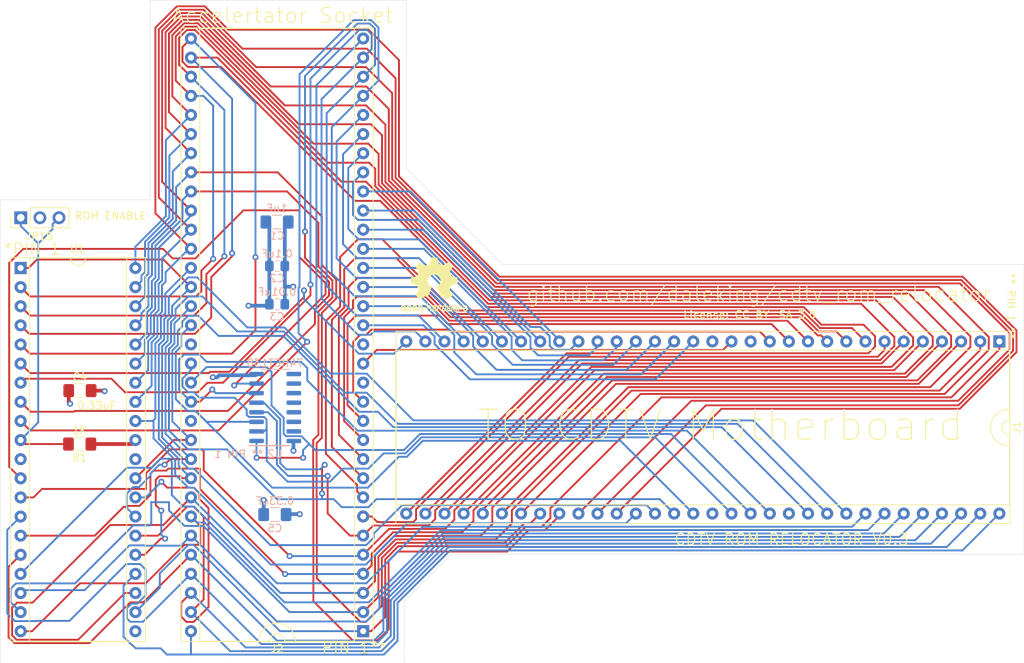
<source format=kicad_pcb>
(kicad_pcb (version 20171130) (host pcbnew "(5.1.5)-3")
  (layers (0 F.Cu signal) (1 In1.Cu power) (2 In2.Cu power) (31 B.Cu signal) (34 B.Paste user) (35 F.Paste user) (36 B.SilkS user) (37 F.SilkS user) (38 B.Mask user) (39 F.Mask user) (44 Edge.Cuts user))
  (net 0 "")
  (net 1 VCC)
  (net 2 GND)
  (net 3 D4)
  (net 4 A5)
  (net 5 D3)
  (net 6 A6)
  (net 7 D2)
  (net 8 A7)
  (net 9 D1)
  (net 10 A8)
  (net 11 D0)
  (net 12 A9)
  (net 13 _AS)
  (net 14 A10)
  (net 15 _UDS)
  (net 16 A11)
  (net 17 _LDS)
  (net 18 A12)
  (net 19 _RW)
  (net 20 A13)
  (net 21 _DTACK)
  (net 22 A14)
  (net 23 _BG)
  (net 24 A15)
  (net 25 _BGACK)
  (net 26 A16)
  (net 27 _BR)
  (net 28 A17)
  (net 29 A18)
  (net 30 CLK)
  (net 31 A19)
  (net 32 A20)
  (net 33 _HALT)
  (net 34 _RESET)
  (net 35 A21)
  (net 36 _VMA)
  (net 37 A22)
  (net 38 _E)
  (net 39 A23)
  (net 40 _VPA)
  (net 41 _BERR)
  (net 42 D15)
  (net 43 _IPL2)
  (net 44 D14)
  (net 45 _IPL1)
  (net 46 D13)
  (net 47 _IPL0)
  (net 48 D12)
  (net 49 FC2)
  (net 50 D11)
  (net 51 FC1)
  (net 52 D10)
  (net 53 FC0)
  (net 54 D9)
  (net 55 A1)
  (net 56 D8)
  (net 57 A2)
  (net 58 D7)
  (net 59 A3)
  (net 60 D6)
  (net 61 A4)
  (net 62 D5)
  (net 63 _CSROM)
  (net 64 "Net-(JP15-Pad1)")
  (module Symbol:OSHW-Logo2_9.8x8mm_SilkScreen (layer F.Cu) (at 107.09 106.87)
    (fp_text reference REF** hide)
    (fp_text value OSHW-Logo2_9.8x8mm_SilkScreen hide)
  )
  (module Package_DIP:DIP-40_W15.24mm_Socket (layer F.Cu) (at 52.182 104.54)
    (fp_text reference U1 (at 7.548 -2.54) (layer F.SilkS))
    (fp_text value 27C400)
    (pad 1 thru_hole rect (at 0 0) (size 1.6 1.6) (drill 0.8) (layers *.Cu *.Mask) (net 29 A18))
    (pad 21 thru_hole oval (at 15.24 48.26) (size 1.6 1.6) (drill 0.8) (layers *.Cu *.Mask) (net 1 VCC))
    (pad 2 thru_hole oval (at 0 2.54) (size 1.6 1.6) (drill 0.8) (layers *.Cu *.Mask) (net 10 A8))
    (pad 22 thru_hole oval (at 15.24 45.72) (size 1.6 1.6) (drill 0.8) (layers *.Cu *.Mask) (net 3 D4))
    (pad 3 thru_hole oval (at 0 5.08) (size 1.6 1.6) (drill 0.8) (layers *.Cu *.Mask) (net 8 A7))
    (pad 23 thru_hole oval (at 15.24 43.18) (size 1.6 1.6) (drill 0.8) (layers *.Cu *.Mask) (net 48 D12))
    (pad 4 thru_hole oval (at 0 7.62) (size 1.6 1.6) (drill 0.8) (layers *.Cu *.Mask) (net 6 A6))
    (pad 24 thru_hole oval (at 15.24 40.64) (size 1.6 1.6) (drill 0.8) (layers *.Cu *.Mask) (net 62 D5))
    (pad 5 thru_hole oval (at 0 10.16) (size 1.6 1.6) (drill 0.8) (layers *.Cu *.Mask) (net 4 A5))
    (pad 25 thru_hole oval (at 15.24 38.1) (size 1.6 1.6) (drill 0.8) (layers *.Cu *.Mask) (net 46 D13))
    (pad 6 thru_hole oval (at 0 12.7) (size 1.6 1.6) (drill 0.8) (layers *.Cu *.Mask) (net 61 A4))
    (pad 26 thru_hole oval (at 15.24 35.56) (size 1.6 1.6) (drill 0.8) (layers *.Cu *.Mask) (net 60 D6))
    (pad 7 thru_hole oval (at 0 15.24) (size 1.6 1.6) (drill 0.8) (layers *.Cu *.Mask) (net 59 A3))
    (pad 27 thru_hole oval (at 15.24 33.02) (size 1.6 1.6) (drill 0.8) (layers *.Cu *.Mask) (net 44 D14))
    (pad 8 thru_hole oval (at 0 17.78) (size 1.6 1.6) (drill 0.8) (layers *.Cu *.Mask) (net 57 A2))
    (pad 28 thru_hole oval (at 15.24 30.48) (size 1.6 1.6) (drill 0.8) (layers *.Cu *.Mask) (net 58 D7))
    (pad 9 thru_hole oval (at 0 20.32) (size 1.6 1.6) (drill 0.8) (layers *.Cu *.Mask) (net 55 A1))
    (pad 29 thru_hole oval (at 15.24 27.94) (size 1.6 1.6) (drill 0.8) (layers *.Cu *.Mask) (net 42 D15))
    (pad 10 thru_hole oval (at 0 22.86) (size 1.6 1.6) (drill 0.8) (layers *.Cu *.Mask) (net 64 "Net-(JP15-Pad1)"))
    (pad 30 thru_hole oval (at 15.24 25.4) (size 1.6 1.6) (drill 0.8) (layers *.Cu *.Mask) (net 2 GND))
    (pad 11 thru_hole oval (at 0 25.4) (size 1.6 1.6) (drill 0.8) (layers *.Cu *.Mask) (net 2 GND))
    (pad 31 thru_hole oval (at 15.24 22.86) (size 1.6 1.6) (drill 0.8) (layers *.Cu *.Mask) (net 1 VCC))
    (pad 12 thru_hole oval (at 0 27.94) (size 1.6 1.6) (drill 0.8) (layers *.Cu *.Mask) (net 63 _CSROM))
    (pad 32 thru_hole oval (at 15.24 20.32) (size 1.6 1.6) (drill 0.8) (layers *.Cu *.Mask) (net 28 A17))
    (pad 13 thru_hole oval (at 0 30.48) (size 1.6 1.6) (drill 0.8) (layers *.Cu *.Mask) (net 11 D0))
    (pad 33 thru_hole oval (at 15.24 17.78) (size 1.6 1.6) (drill 0.8) (layers *.Cu *.Mask) (net 26 A16))
    (pad 14 thru_hole oval (at 0 33.02) (size 1.6 1.6) (drill 0.8) (layers *.Cu *.Mask) (net 56 D8))
    (pad 34 thru_hole oval (at 15.24 15.24) (size 1.6 1.6) (drill 0.8) (layers *.Cu *.Mask) (net 24 A15))
    (pad 15 thru_hole oval (at 0 35.56) (size 1.6 1.6) (drill 0.8) (layers *.Cu *.Mask) (net 9 D1))
    (pad 35 thru_hole oval (at 15.24 12.7) (size 1.6 1.6) (drill 0.8) (layers *.Cu *.Mask) (net 22 A14))
    (pad 16 thru_hole oval (at 0 38.1) (size 1.6 1.6) (drill 0.8) (layers *.Cu *.Mask) (net 54 D9))
    (pad 36 thru_hole oval (at 15.24 10.16) (size 1.6 1.6) (drill 0.8) (layers *.Cu *.Mask) (net 20 A13))
    (pad 17 thru_hole oval (at 0 40.64) (size 1.6 1.6) (drill 0.8) (layers *.Cu *.Mask) (net 7 D2))
    (pad 37 thru_hole oval (at 15.24 7.62) (size 1.6 1.6) (drill 0.8) (layers *.Cu *.Mask) (net 18 A12))
    (pad 18 thru_hole oval (at 0 43.18) (size 1.6 1.6) (drill 0.8) (layers *.Cu *.Mask) (net 52 D10))
    (pad 38 thru_hole oval (at 15.24 5.08) (size 1.6 1.6) (drill 0.8) (layers *.Cu *.Mask) (net 16 A11))
    (pad 19 thru_hole oval (at 0 45.72) (size 1.6 1.6) (drill 0.8) (layers *.Cu *.Mask) (net 5 D3))
    (pad 39 thru_hole oval (at 15.24 2.54) (size 1.6 1.6) (drill 0.8) (layers *.Cu *.Mask) (net 14 A10))
    (pad 20 thru_hole oval (at 0 48.26) (size 1.6 1.6) (drill 0.8) (layers *.Cu *.Mask) (net 50 D11))
    (pad 40 thru_hole oval (at 15.24 0) (size 1.6 1.6) (drill 0.8) (layers *.Cu *.Mask) (net 12 A9))
  )
  (module Capacitor_SMD:C_1206_3216Metric_Pad1.42x1.75mm_HandSolder (layer B.Cu) (at 86.228 98.434)
    (fp_text reference C1 (at 0 1.82) (layer B.SilkS) (effects (justify mirror)))
    (fp_text value 1uF (at 0 -1.82) (layer B.SilkS) (effects (justify mirror)))
    (pad 1 smd roundrect (at -1.4875 0) (size 1.425 1.75) (layers B.Cu B.Paste B.Mask) (roundrect_rratio 0.175439) (net 1 VCC))
    (pad 2 smd roundrect (at 1.4875 0) (size 1.425 1.75) (layers B.Cu B.Paste B.Mask) (roundrect_rratio 0.175439) (net 2 GND))
  )
  (module Capacitor_SMD:C_0805_2012Metric_Pad1.15x1.40mm_HandSolder (layer B.Cu) (at 86.228 104.276)
    (fp_text reference C2 (at 0 1.65) (layer B.SilkS) (effects (justify mirror)))
    (fp_text value 0.1uF (at 0 -1.65) (layer B.SilkS) (effects (justify mirror)))
    (pad 1 smd roundrect (at -1.025 0) (size 1.15 1.4) (layers B.Cu B.Paste B.Mask) (roundrect_rratio 0.217391) (net 1 VCC))
    (pad 2 smd roundrect (at 1.025 0) (size 1.15 1.4) (layers B.Cu B.Paste B.Mask) (roundrect_rratio 0.217391) (net 2 GND))
  )
  (module Capacitor_SMD:C_0805_2012Metric_Pad1.15x1.40mm_HandSolder (layer B.Cu) (at 86.228 109.356)
    (fp_text reference C3 (at 0 1.65) (layer B.SilkS) (effects (justify mirror)))
    (fp_text value 0.01uF (at 0 -1.65) (layer B.SilkS) (effects (justify mirror)))
    (pad 2 smd roundrect (at 1.025 0) (size 1.15 1.4) (layers B.Cu B.Paste B.Mask) (roundrect_rratio 0.217391) (net 2 GND))
    (pad 1 smd roundrect (at -1.025 0) (size 1.15 1.4) (layers B.Cu B.Paste B.Mask) (roundrect_rratio 0.217391) (net 1 VCC))
  )
  (module Capacitor_SMD:C_1206_3216Metric_Pad1.42x1.75mm_HandSolder (layer F.Cu) (at 60.056 120.83)
    (fp_text reference C4 (at 0 -1.82) (layer F.SilkS))
    (fp_text value 0.33uF (at 2.214 1.98) (layer F.SilkS))
    (pad 1 smd roundrect (at -1.4875 0) (size 1.425 1.75) (layers F.Cu F.Paste F.Mask) (roundrect_rratio 0.175439) (net 1 VCC))
    (pad 2 smd roundrect (at 1.4875 0) (size 1.425 1.75) (layers F.Cu F.Paste F.Mask) (roundrect_rratio 0.175439) (net 2 GND))
  )
  (module Capacitor_SMD:C_1206_3216Metric_Pad1.42x1.75mm_HandSolder (layer B.Cu) (at 85.9375 137.296)
    (fp_text reference C5 (at 0 1.82) (layer B.SilkS) (effects (justify mirror)))
    (fp_text value 0.33uF (at 0 -1.82) (layer B.SilkS) (effects (justify mirror)))
    (pad 2 smd roundrect (at 1.4875 0) (size 1.425 1.75) (layers B.Cu B.Paste B.Mask) (roundrect_rratio 0.175439) (net 2 GND))
    (pad 1 smd roundrect (at -1.4875 0) (size 1.425 1.75) (layers B.Cu B.Paste B.Mask) (roundrect_rratio 0.175439) (net 1 VCC))
  )
  (module Package_DIP:DIP-64_W22.86mm_Socket (layer F.Cu) (at 97.658 152.79 180)
    (fp_text reference J2 (at 11.43 -2.33) (layer F.SilkS))
    (fp_text value "Relocated 68000 Socket")
    (pad 1 thru_hole rect (at 0 0 180) (size 1.6 1.6) (drill 0.8) (layers *.Cu *.Mask) (net 3 D4))
    (pad 33 thru_hole oval (at 22.86 78.74 180) (size 1.6 1.6) (drill 0.8) (layers *.Cu *.Mask) (net 4 A5))
    (pad 2 thru_hole oval (at 0 2.54 180) (size 1.6 1.6) (drill 0.8) (layers *.Cu *.Mask) (net 5 D3))
    (pad 34 thru_hole oval (at 22.86 76.2 180) (size 1.6 1.6) (drill 0.8) (layers *.Cu *.Mask) (net 6 A6))
    (pad 3 thru_hole oval (at 0 5.08 180) (size 1.6 1.6) (drill 0.8) (layers *.Cu *.Mask) (net 7 D2))
    (pad 35 thru_hole oval (at 22.86 73.66 180) (size 1.6 1.6) (drill 0.8) (layers *.Cu *.Mask) (net 8 A7))
    (pad 4 thru_hole oval (at 0 7.62 180) (size 1.6 1.6) (drill 0.8) (layers *.Cu *.Mask) (net 9 D1))
    (pad 36 thru_hole oval (at 22.86 71.12 180) (size 1.6 1.6) (drill 0.8) (layers *.Cu *.Mask) (net 10 A8))
    (pad 5 thru_hole oval (at 0 10.16 180) (size 1.6 1.6) (drill 0.8) (layers *.Cu *.Mask) (net 11 D0))
    (pad 37 thru_hole oval (at 22.86 68.58 180) (size 1.6 1.6) (drill 0.8) (layers *.Cu *.Mask) (net 12 A9))
    (pad 6 thru_hole oval (at 0 12.7 180) (size 1.6 1.6) (drill 0.8) (layers *.Cu *.Mask) (net 13 _AS))
    (pad 38 thru_hole oval (at 22.86 66.04 180) (size 1.6 1.6) (drill 0.8) (layers *.Cu *.Mask) (net 14 A10))
    (pad 7 thru_hole oval (at 0 15.24 180) (size 1.6 1.6) (drill 0.8) (layers *.Cu *.Mask) (net 15 _UDS))
    (pad 39 thru_hole oval (at 22.86 63.5 180) (size 1.6 1.6) (drill 0.8) (layers *.Cu *.Mask) (net 16 A11))
    (pad 8 thru_hole oval (at 0 17.78 180) (size 1.6 1.6) (drill 0.8) (layers *.Cu *.Mask) (net 17 _LDS))
    (pad 40 thru_hole oval (at 22.86 60.96 180) (size 1.6 1.6) (drill 0.8) (layers *.Cu *.Mask) (net 18 A12))
    (pad 9 thru_hole oval (at 0 20.32 180) (size 1.6 1.6) (drill 0.8) (layers *.Cu *.Mask) (net 19 _RW))
    (pad 41 thru_hole oval (at 22.86 58.42 180) (size 1.6 1.6) (drill 0.8) (layers *.Cu *.Mask) (net 20 A13))
    (pad 10 thru_hole oval (at 0 22.86 180) (size 1.6 1.6) (drill 0.8) (layers *.Cu *.Mask) (net 21 _DTACK))
    (pad 42 thru_hole oval (at 22.86 55.88 180) (size 1.6 1.6) (drill 0.8) (layers *.Cu *.Mask) (net 22 A14))
    (pad 11 thru_hole oval (at 0 25.4 180) (size 1.6 1.6) (drill 0.8) (layers *.Cu *.Mask) (net 23 _BG))
    (pad 43 thru_hole oval (at 22.86 53.34 180) (size 1.6 1.6) (drill 0.8) (layers *.Cu *.Mask) (net 24 A15))
    (pad 12 thru_hole oval (at 0 27.94 180) (size 1.6 1.6) (drill 0.8) (layers *.Cu *.Mask) (net 25 _BGACK))
    (pad 44 thru_hole oval (at 22.86 50.8 180) (size 1.6 1.6) (drill 0.8) (layers *.Cu *.Mask) (net 26 A16))
    (pad 13 thru_hole oval (at 0 30.48 180) (size 1.6 1.6) (drill 0.8) (layers *.Cu *.Mask) (net 27 _BR))
    (pad 45 thru_hole oval (at 22.86 48.26 180) (size 1.6 1.6) (drill 0.8) (layers *.Cu *.Mask) (net 28 A17))
    (pad 14 thru_hole oval (at 0 33.02 180) (size 1.6 1.6) (drill 0.8) (layers *.Cu *.Mask) (net 1 VCC))
    (pad 46 thru_hole oval (at 22.86 45.72 180) (size 1.6 1.6) (drill 0.8) (layers *.Cu *.Mask) (net 29 A18))
    (pad 15 thru_hole oval (at 0 35.56 180) (size 1.6 1.6) (drill 0.8) (layers *.Cu *.Mask) (net 30 CLK))
    (pad 47 thru_hole oval (at 22.86 43.18 180) (size 1.6 1.6) (drill 0.8) (layers *.Cu *.Mask) (net 31 A19))
    (pad 16 thru_hole oval (at 0 38.1 180) (size 1.6 1.6) (drill 0.8) (layers *.Cu *.Mask) (net 2 GND))
    (pad 48 thru_hole oval (at 22.86 40.64 180) (size 1.6 1.6) (drill 0.8) (layers *.Cu *.Mask) (net 32 A20))
    (pad 17 thru_hole oval (at 0 40.64 180) (size 1.6 1.6) (drill 0.8) (layers *.Cu *.Mask) (net 33 _HALT))
    (pad 49 thru_hole oval (at 22.86 38.1 180) (size 1.6 1.6) (drill 0.8) (layers *.Cu *.Mask) (net 1 VCC))
    (pad 18 thru_hole oval (at 0 43.18 180) (size 1.6 1.6) (drill 0.8) (layers *.Cu *.Mask) (net 34 _RESET))
    (pad 50 thru_hole oval (at 22.86 35.56 180) (size 1.6 1.6) (drill 0.8) (layers *.Cu *.Mask) (net 35 A21))
    (pad 19 thru_hole oval (at 0 45.72 180) (size 1.6 1.6) (drill 0.8) (layers *.Cu *.Mask) (net 36 _VMA))
    (pad 51 thru_hole oval (at 22.86 33.02 180) (size 1.6 1.6) (drill 0.8) (layers *.Cu *.Mask) (net 37 A22))
    (pad 20 thru_hole oval (at 0 48.26 180) (size 1.6 1.6) (drill 0.8) (layers *.Cu *.Mask) (net 38 _E))
    (pad 52 thru_hole oval (at 22.86 30.48 180) (size 1.6 1.6) (drill 0.8) (layers *.Cu *.Mask) (net 39 A23))
    (pad 21 thru_hole oval (at 0 50.8 180) (size 1.6 1.6) (drill 0.8) (layers *.Cu *.Mask) (net 40 _VPA))
    (pad 53 thru_hole oval (at 22.86 27.94 180) (size 1.6 1.6) (drill 0.8) (layers *.Cu *.Mask) (net 2 GND))
    (pad 22 thru_hole oval (at 0 53.34 180) (size 1.6 1.6) (drill 0.8) (layers *.Cu *.Mask) (net 41 _BERR))
    (pad 54 thru_hole oval (at 22.86 25.4 180) (size 1.6 1.6) (drill 0.8) (layers *.Cu *.Mask) (net 42 D15))
    (pad 23 thru_hole oval (at 0 55.88 180) (size 1.6 1.6) (drill 0.8) (layers *.Cu *.Mask) (net 43 _IPL2))
    (pad 55 thru_hole oval (at 22.86 22.86 180) (size 1.6 1.6) (drill 0.8) (layers *.Cu *.Mask) (net 44 D14))
    (pad 24 thru_hole oval (at 0 58.42 180) (size 1.6 1.6) (drill 0.8) (layers *.Cu *.Mask) (net 45 _IPL1))
    (pad 56 thru_hole oval (at 22.86 20.32 180) (size 1.6 1.6) (drill 0.8) (layers *.Cu *.Mask) (net 46 D13))
    (pad 25 thru_hole oval (at 0 60.96 180) (size 1.6 1.6) (drill 0.8) (layers *.Cu *.Mask) (net 47 _IPL0))
    (pad 57 thru_hole oval (at 22.86 17.78 180) (size 1.6 1.6) (drill 0.8) (layers *.Cu *.Mask) (net 48 D12))
    (pad 26 thru_hole oval (at 0 63.5 180) (size 1.6 1.6) (drill 0.8) (layers *.Cu *.Mask) (net 49 FC2))
    (pad 58 thru_hole oval (at 22.86 15.24 180) (size 1.6 1.6) (drill 0.8) (layers *.Cu *.Mask) (net 50 D11))
    (pad 27 thru_hole oval (at 0 66.04 180) (size 1.6 1.6) (drill 0.8) (layers *.Cu *.Mask) (net 51 FC1))
    (pad 59 thru_hole oval (at 22.86 12.7 180) (size 1.6 1.6) (drill 0.8) (layers *.Cu *.Mask) (net 52 D10))
    (pad 28 thru_hole oval (at 0 68.58 180) (size 1.6 1.6) (drill 0.8) (layers *.Cu *.Mask) (net 53 FC0))
    (pad 60 thru_hole oval (at 22.86 10.16 180) (size 1.6 1.6) (drill 0.8) (layers *.Cu *.Mask) (net 54 D9))
    (pad 29 thru_hole oval (at 0 71.12 180) (size 1.6 1.6) (drill 0.8) (layers *.Cu *.Mask) (net 55 A1))
    (pad 61 thru_hole oval (at 22.86 7.62 180) (size 1.6 1.6) (drill 0.8) (layers *.Cu *.Mask) (net 56 D8))
    (pad 30 thru_hole oval (at 0 73.66 180) (size 1.6 1.6) (drill 0.8) (layers *.Cu *.Mask) (net 57 A2))
    (pad 62 thru_hole oval (at 22.86 5.08 180) (size 1.6 1.6) (drill 0.8) (layers *.Cu *.Mask) (net 58 D7))
    (pad 31 thru_hole oval (at 0 76.2 180) (size 1.6 1.6) (drill 0.8) (layers *.Cu *.Mask) (net 59 A3))
    (pad 63 thru_hole oval (at 22.86 2.54 180) (size 1.6 1.6) (drill 0.8) (layers *.Cu *.Mask) (net 60 D6))
    (pad 32 thru_hole oval (at 0 78.74 180) (size 1.6 1.6) (drill 0.8) (layers *.Cu *.Mask) (net 61 A4))
    (pad 64 thru_hole oval (at 22.86 0 180) (size 1.6 1.6) (drill 0.8) (layers *.Cu *.Mask) (net 62 D5))
  )
  (module Connector_PinHeader_2.54mm:PinHeader_1x03_P2.54mm_Vertical (layer F.Cu) (at 52.2 97.86 90)
    (fp_text reference JP15 (at -2.47 2.47 180) (layer F.SilkS))
    (fp_text value Jumper_3_Bridged12)
    (pad 1 thru_hole rect (at 0 0 90) (size 1.7 1.7) (drill 1) (layers *.Cu *.Mask) (net 64 "Net-(JP15-Pad1)"))
    (pad 2 thru_hole oval (at 0 2.54 90) (size 1.7 1.7) (drill 1) (layers *.Cu *.Mask) (net 2 GND))
    (pad 3 thru_hole oval (at 0 5.08 90) (size 1.7 1.7) (drill 1) (layers *.Cu *.Mask) (net 64 "Net-(JP15-Pad1)"))
  )
  (module Resistor_SMD:R_1206_3216Metric_Pad1.42x1.75mm_HandSolder (layer F.Cu) (at 60.0225 127.93 180)
    (fp_text reference R1 (at 0 -1.82) (layer F.SilkS))
    (fp_text value 1K (at 0 1.82) (layer F.SilkS))
    (pad 1 smd roundrect (at -1.4875 0 180) (size 1.425 1.75) (layers F.Cu F.Paste F.Mask) (roundrect_rratio 0.175439) (net 1 VCC))
    (pad 2 smd roundrect (at 1.4875 0 180) (size 1.425 1.75) (layers F.Cu F.Paste F.Mask) (roundrect_rratio 0.175439) (net 64 "Net-(JP15-Pad1)"))
  )
  (module Package_SO:SOIC-16_3.9x9.9mm_P1.27mm (layer B.Cu) (at 85.974 123.072)
    (fp_text reference U2 (at -0.004 6.148) (layer B.SilkS) (effects (justify mirror)))
    (fp_text value 74HCT138 (at 0 -5.9) (layer B.SilkS) (effects (justify mirror)))
    (pad 1 smd roundrect (at -2.475 4.445) (size 1.95 0.6) (layers B.Cu B.Paste B.Mask) (net 37 A22))
    (pad 2 smd roundrect (at -2.475 3.175) (size 1.95 0.6) (layers B.Cu B.Paste B.Mask) (net 35 A21))
    (pad 3 smd roundrect (at -2.475 1.905) (size 1.95 0.6) (layers B.Cu B.Paste B.Mask) (net 32 A20))
    (pad 4 smd roundrect (at -2.475 0.635) (size 1.95 0.6) (layers B.Cu B.Paste B.Mask) (net 13 _AS))
    (pad 5 smd roundrect (at -2.475 -0.635) (size 1.95 0.6) (layers B.Cu B.Paste B.Mask) (net 31 A19))
    (pad 6 smd roundrect (at -2.475 -1.905) (size 1.95 0.6) (layers B.Cu B.Paste B.Mask) (net 39 A23))
    (pad 7 smd roundrect (at -2.475 -3.175) (size 1.95 0.6) (layers B.Cu B.Paste B.Mask) (net 63 _CSROM))
    (pad 8 smd roundrect (at -2.475 -4.445) (size 1.95 0.6) (layers B.Cu B.Paste B.Mask) (net 2 GND))
    (pad 9 smd roundrect (at 2.475 -4.445) (size 1.95 0.6) (layers B.Cu B.Paste B.Mask))
    (pad 10 smd roundrect (at 2.475 -3.175) (size 1.95 0.6) (layers B.Cu B.Paste B.Mask))
    (pad 11 smd roundrect (at 2.475 -1.905) (size 1.95 0.6) (layers B.Cu B.Paste B.Mask))
    (pad 12 smd roundrect (at 2.475 -0.635) (size 1.95 0.6) (layers B.Cu B.Paste B.Mask))
    (pad 13 smd roundrect (at 2.475 0.635) (size 1.95 0.6) (layers B.Cu B.Paste B.Mask))
    (pad 14 smd roundrect (at 2.475 1.905) (size 1.95 0.6) (layers B.Cu B.Paste B.Mask))
    (pad 15 smd roundrect (at 2.475 3.175) (size 1.95 0.6) (layers B.Cu B.Paste B.Mask))
    (pad 16 smd roundrect (at 2.475 4.445) (size 1.95 0.6) (layers B.Cu B.Paste B.Mask) (net 1 VCC))
  )
  (module Package_DIP:DIP-64_W22.86mm_Socket (layer F.Cu) (at 182.118 114.3 270)
    (fp_text reference J1 (at 11.43 -2.33 90) (layer F.SilkS))
    (fp_text value "68000 Socket")
    (pad 1 thru_hole rect (at 0 0 270) (size 1.6 1.6) (drill 0.8) (layers *.Cu *.Mask) (net 3 D4))
    (pad 33 thru_hole oval (at 22.86 78.74 270) (size 1.6 1.6) (drill 0.8) (layers *.Cu *.Mask) (net 4 A5))
    (pad 2 thru_hole oval (at 0 2.54 270) (size 1.6 1.6) (drill 0.8) (layers *.Cu *.Mask) (net 5 D3))
    (pad 34 thru_hole oval (at 22.86 76.2 270) (size 1.6 1.6) (drill 0.8) (layers *.Cu *.Mask) (net 6 A6))
    (pad 3 thru_hole oval (at 0 5.08 270) (size 1.6 1.6) (drill 0.8) (layers *.Cu *.Mask) (net 7 D2))
    (pad 35 thru_hole oval (at 22.86 73.66 270) (size 1.6 1.6) (drill 0.8) (layers *.Cu *.Mask) (net 8 A7))
    (pad 4 thru_hole oval (at 0 7.62 270) (size 1.6 1.6) (drill 0.8) (layers *.Cu *.Mask) (net 9 D1))
    (pad 36 thru_hole oval (at 22.86 71.12 270) (size 1.6 1.6) (drill 0.8) (layers *.Cu *.Mask) (net 10 A8))
    (pad 5 thru_hole oval (at 0 10.16 270) (size 1.6 1.6) (drill 0.8) (layers *.Cu *.Mask) (net 11 D0))
    (pad 37 thru_hole oval (at 22.86 68.58 270) (size 1.6 1.6) (drill 0.8) (layers *.Cu *.Mask) (net 12 A9))
    (pad 6 thru_hole oval (at 0 12.7 270) (size 1.6 1.6) (drill 0.8) (layers *.Cu *.Mask) (net 13 _AS))
    (pad 38 thru_hole oval (at 22.86 66.04 270) (size 1.6 1.6) (drill 0.8) (layers *.Cu *.Mask) (net 14 A10))
    (pad 7 thru_hole oval (at 0 15.24 270) (size 1.6 1.6) (drill 0.8) (layers *.Cu *.Mask) (net 15 _UDS))
    (pad 39 thru_hole oval (at 22.86 63.5 270) (size 1.6 1.6) (drill 0.8) (layers *.Cu *.Mask) (net 16 A11))
    (pad 8 thru_hole oval (at 0 17.78 270) (size 1.6 1.6) (drill 0.8) (layers *.Cu *.Mask) (net 17 _LDS))
    (pad 40 thru_hole oval (at 22.86 60.96 270) (size 1.6 1.6) (drill 0.8) (layers *.Cu *.Mask) (net 18 A12))
    (pad 9 thru_hole oval (at 0 20.32 270) (size 1.6 1.6) (drill 0.8) (layers *.Cu *.Mask) (net 19 _RW))
    (pad 41 thru_hole oval (at 22.86 58.42 270) (size 1.6 1.6) (drill 0.8) (layers *.Cu *.Mask) (net 20 A13))
    (pad 10 thru_hole oval (at 0 22.86 270) (size 1.6 1.6) (drill 0.8) (layers *.Cu *.Mask) (net 21 _DTACK))
    (pad 42 thru_hole oval (at 22.86 55.88 270) (size 1.6 1.6) (drill 0.8) (layers *.Cu *.Mask) (net 22 A14))
    (pad 11 thru_hole oval (at 0 25.4 270) (size 1.6 1.6) (drill 0.8) (layers *.Cu *.Mask) (net 23 _BG))
    (pad 43 thru_hole oval (at 22.86 53.34 270) (size 1.6 1.6) (drill 0.8) (layers *.Cu *.Mask) (net 24 A15))
    (pad 12 thru_hole oval (at 0 27.94 270) (size 1.6 1.6) (drill 0.8) (layers *.Cu *.Mask) (net 25 _BGACK))
    (pad 44 thru_hole oval (at 22.86 50.8 270) (size 1.6 1.6) (drill 0.8) (layers *.Cu *.Mask) (net 26 A16))
    (pad 13 thru_hole oval (at 0 30.48 270) (size 1.6 1.6) (drill 0.8) (layers *.Cu *.Mask) (net 27 _BR))
    (pad 45 thru_hole oval (at 22.86 48.26 270) (size 1.6 1.6) (drill 0.8) (layers *.Cu *.Mask) (net 28 A17))
    (pad 14 thru_hole oval (at 0 33.02 270) (size 1.6 1.6) (drill 0.8) (layers *.Cu *.Mask) (net 1 VCC))
    (pad 46 thru_hole oval (at 22.86 45.72 270) (size 1.6 1.6) (drill 0.8) (layers *.Cu *.Mask) (net 29 A18))
    (pad 15 thru_hole oval (at 0 35.56 270) (size 1.6 1.6) (drill 0.8) (layers *.Cu *.Mask) (net 30 CLK))
    (pad 47 thru_hole oval (at 22.86 43.18 270) (size 1.6 1.6) (drill 0.8) (layers *.Cu *.Mask) (net 31 A19))
    (pad 16 thru_hole oval (at 0 38.1 270) (size 1.6 1.6) (drill 0.8) (layers *.Cu *.Mask) (net 2 GND))
    (pad 48 thru_hole oval (at 22.86 40.64 270) (size 1.6 1.6) (drill 0.8) (layers *.Cu *.Mask) (net 32 A20))
    (pad 17 thru_hole oval (at 0 40.64 270) (size 1.6 1.6) (drill 0.8) (layers *.Cu *.Mask) (net 33 _HALT))
    (pad 49 thru_hole oval (at 22.86 38.1 270) (size 1.6 1.6) (drill 0.8) (layers *.Cu *.Mask) (net 1 VCC))
    (pad 18 thru_hole oval (at 0 43.18 270) (size 1.6 1.6) (drill 0.8) (layers *.Cu *.Mask) (net 34 _RESET))
    (pad 50 thru_hole oval (at 22.86 35.56 270) (size 1.6 1.6) (drill 0.8) (layers *.Cu *.Mask) (net 35 A21))
    (pad 19 thru_hole oval (at 0 45.72 270) (size 1.6 1.6) (drill 0.8) (layers *.Cu *.Mask) (net 36 _VMA))
    (pad 51 thru_hole oval (at 22.86 33.02 270) (size 1.6 1.6) (drill 0.8) (layers *.Cu *.Mask) (net 37 A22))
    (pad 20 thru_hole oval (at 0 48.26 270) (size 1.6 1.6) (drill 0.8) (layers *.Cu *.Mask) (net 38 _E))
    (pad 52 thru_hole oval (at 22.86 30.48 270) (size 1.6 1.6) (drill 0.8) (layers *.Cu *.Mask) (net 39 A23))
    (pad 21 thru_hole oval (at 0 50.8 270) (size 1.6 1.6) (drill 0.8) (layers *.Cu *.Mask) (net 40 _VPA))
    (pad 53 thru_hole oval (at 22.86 27.94 270) (size 1.6 1.6) (drill 0.8) (layers *.Cu *.Mask) (net 2 GND))
    (pad 22 thru_hole oval (at 0 53.34 270) (size 1.6 1.6) (drill 0.8) (layers *.Cu *.Mask) (net 41 _BERR))
    (pad 54 thru_hole oval (at 22.86 25.4 270) (size 1.6 1.6) (drill 0.8) (layers *.Cu *.Mask) (net 42 D15))
    (pad 23 thru_hole oval (at 0 55.88 270) (size 1.6 1.6) (drill 0.8) (layers *.Cu *.Mask) (net 43 _IPL2))
    (pad 55 thru_hole oval (at 22.86 22.86 270) (size 1.6 1.6) (drill 0.8) (layers *.Cu *.Mask) (net 44 D14))
    (pad 24 thru_hole oval (at 0 58.42 270) (size 1.6 1.6) (drill 0.8) (layers *.Cu *.Mask) (net 45 _IPL1))
    (pad 56 thru_hole oval (at 22.86 20.32 270) (size 1.6 1.6) (drill 0.8) (layers *.Cu *.Mask) (net 46 D13))
    (pad 25 thru_hole oval (at 0 60.96 270) (size 1.6 1.6) (drill 0.8) (layers *.Cu *.Mask) (net 47 _IPL0))
    (pad 57 thru_hole oval (at 22.86 17.78 270) (size 1.6 1.6) (drill 0.8) (layers *.Cu *.Mask) (net 48 D12))
    (pad 26 thru_hole oval (at 0 63.5 270) (size 1.6 1.6) (drill 0.8) (layers *.Cu *.Mask) (net 49 FC2))
    (pad 58 thru_hole oval (at 22.86 15.24 270) (size 1.6 1.6) (drill 0.8) (layers *.Cu *.Mask) (net 50 D11))
    (pad 27 thru_hole oval (at 0 66.04 270) (size 1.6 1.6) (drill 0.8) (layers *.Cu *.Mask) (net 51 FC1))
    (pad 59 thru_hole oval (at 22.86 12.7 270) (size 1.6 1.6) (drill 0.8) (layers *.Cu *.Mask) (net 52 D10))
    (pad 28 thru_hole oval (at 0 68.58 270) (size 1.6 1.6) (drill 0.8) (layers *.Cu *.Mask) (net 53 FC0))
    (pad 60 thru_hole oval (at 22.86 10.16 270) (size 1.6 1.6) (drill 0.8) (layers *.Cu *.Mask) (net 54 D9))
    (pad 29 thru_hole oval (at 0 71.12 270) (size 1.6 1.6) (drill 0.8) (layers *.Cu *.Mask) (net 55 A1))
    (pad 61 thru_hole oval (at 22.86 7.62 270) (size 1.6 1.6) (drill 0.8) (layers *.Cu *.Mask) (net 56 D8))
    (pad 30 thru_hole oval (at 0 73.66 270) (size 1.6 1.6) (drill 0.8) (layers *.Cu *.Mask) (net 57 A2))
    (pad 62 thru_hole oval (at 22.86 5.08 270) (size 1.6 1.6) (drill 0.8) (layers *.Cu *.Mask) (net 58 D7))
    (pad 31 thru_hole oval (at 0 76.2 270) (size 1.6 1.6) (drill 0.8) (layers *.Cu *.Mask) (net 59 A3))
    (pad 63 thru_hole oval (at 22.86 2.54 270) (size 1.6 1.6) (drill 0.8) (layers *.Cu *.Mask) (net 60 D6))
    (pad 32 thru_hole oval (at 0 78.74 270) (size 1.6 1.6) (drill 0.8) (layers *.Cu *.Mask) (net 61 A4))
    (pad 64 thru_hole oval (at 22.86 0 270) (size 1.6 1.6) (drill 0.8) (layers *.Cu *.Mask) (net 62 D5))
  )
  (gr_text "License: CC BY-SA 3.0" (at 148.97 110.75) (layer F.SilkS) (effects (font (size 1 1))))
  (gr_line (start 82.51 128.14) (end 87.9 128.14) (layer B.SilkS) (width 0.18))
  (gr_text "** PIN 1" (at 81.13 129.26) (layer B.SilkS) (effects (font (size 1 1)) (justify mirror)))
  (gr_arc (start 183.39 125.74) (end 183.39 123.31) (angle -180) (layer F.SilkS) (width 0.12))
  (gr_arc (start 86.24 154.16) (end 88.67 154.16) (angle -180) (layer F.SilkS) (width 0.12))
  (gr_text github.com/daleking/cdtv_rom_relocator (at 150.17 108.01) (layer F.SilkS) (effects (font (size 2 2))))
  (gr_text "CDTV ROM RELOCATOR V0.3" (at 154.53 140.59) (layer F.SilkS) (effects (font (size 1.5 1.5))))
  (gr_text "TO CDTV Motherboard" (at 145.1 125.45) (layer F.SilkS) (effects (font (size 4 4))))
  (gr_text "Accelertator Socket" (at 86.96 70.99) (layer F.SilkS) (effects (font (size 2 2))))
  (gr_text "** PIN 1 **" (at 183.67 109.58 270) (layer F.SilkS) (effects (font (size 1 1))))
  (gr_text "PIN 1**" (at 96.49 154.99) (layer F.SilkS) (effects (font (size 1.5 1.5))))
  (gr_text "ROM ENABLE" (at 64.14 97.6) (layer F.SilkS) (effects (font (size 1 1))))
  (gr_text "*PIN 1" (at 53.72 102) (layer F.SilkS) (effects (font (size 1.5 1.5))))
  (gr_line (start 69.38 95.48) (end 69.38 68.96) (layer Edge.Cuts) (width 0.05))
  (gr_line (start 103.42 68.96) (end 69.38 68.96) (layer Edge.Cuts) (width 0.05))
  (gr_line (start 103.42 91.32) (end 103.42 68.96) (layer Edge.Cuts) (width 0.05))
  (gr_line (start 116.17 104.07) (end 103.42 91.32) (layer Edge.Cuts) (width 0.05))
  (gr_line (start 185.38 104.07) (end 116.17 104.07) (layer Edge.Cuts) (width 0.05))
  (gr_line (start 185.38 142.56) (end 185.38 104.07) (layer Edge.Cuts) (width 0.05))
  (gr_line (start 184.99 142.56) (end 185.38 142.56) (layer Edge.Cuts) (width 0.05))
  (gr_line (start 110.33 142.56) (end 184.99 142.56) (layer Edge.Cuts) (width 0.05))
  (gr_line (start 103.09 157.04) (end 49.47 157.04) (layer Edge.Cuts) (width 0.05))
  (gr_line (start 103.09 148.86) (end 103.09 157.04) (layer Edge.Cuts) (width 0.05))
  (gr_line (start 109.39 142.56) (end 103.09 148.86) (layer Edge.Cuts) (width 0.05))
  (gr_line (start 110.33 142.56) (end 109.39 142.56) (layer Edge.Cuts) (width 0.05))
  (gr_line (start 49.47 95.48) (end 69.38 95.48) (layer Edge.Cuts) (width 0.05))
  (gr_line (start 49.47 157.04) (end 49.47 95.48) (layer Edge.Cuts) (width 0.05))
  (gr_line (start 98.36 97.09) (end 97.46 96.99) (layer B.SilkS) (width 0.12))
  (via (at 58.75 122.57) (size 0.8) (drill 0.4) (layers F.Cu B.Cu) (net 1))
  (segment (start 58.5685 122.3885) (end 58.75 122.57) (width 0.5) (layer F.Cu) (net 1))
  (segment (start 58.5685 120.83) (end 58.5685 122.3885) (width 0.5) (layer F.Cu) (net 1))
  (segment (start 66.892 127.93) (end 67.422 127.4) (width 0.5) (layer F.Cu) (net 1))
  (segment (start 61.51 127.93) (end 66.892 127.93) (width 0.5) (layer F.Cu) (net 1))
  (via (at 84.45 135.36) (size 0.8) (drill 0.4) (layers F.Cu B.Cu) (net 1))
  (segment (start 84.45 137.296) (end 84.45 135.36) (width 0.5) (layer B.Cu) (net 1))
  (via (at 88.4 128.82) (size 0.8) (drill 0.4) (layers F.Cu B.Cu) (net 1))
  (segment (start 88.4 127.566) (end 88.449 127.517) (width 0.5) (layer B.Cu) (net 1))
  (segment (start 88.4 128.82) (end 88.4 127.566) (width 0.5) (layer B.Cu) (net 1))
  (segment (start 85.203 108.656) (end 85.203 104.276) (width 0.5) (layer B.Cu) (net 1))
  (segment (start 85.203 109.356) (end 85.203 108.656) (width 0.5) (layer B.Cu) (net 1))
  (segment (start 85.203 98.8965) (end 84.7405 98.434) (width 0.5) (layer B.Cu) (net 1))
  (segment (start 85.203 104.276) (end 85.203 98.8965) (width 0.5) (layer B.Cu) (net 1))
  (via (at 82.44 109.55) (size 0.8) (drill 0.4) (layers F.Cu B.Cu) (net 1))
  (segment (start 82.44 109.55) (end 85.009 109.55) (width 0.5) (layer B.Cu) (net 1))
  (segment (start 85.009 109.55) (end 85.203 109.356) (width 0.5) (layer B.Cu) (net 1))
  (via (at 88.371218 107.01811) (size 0.8) (drill 0.4) (layers F.Cu B.Cu) (net 2))
  (via (at 63.33 120.9) (size 0.8) (drill 0.4) (layers F.Cu B.Cu) (net 2))
  (segment (start 61.5435 120.83) (end 63.26 120.83) (width 0.5) (layer F.Cu) (net 2))
  (segment (start 63.26 120.83) (end 63.33 120.9) (width 0.5) (layer F.Cu) (net 2))
  (via (at 89.23 137.24) (size 0.8) (drill 0.4) (layers F.Cu B.Cu) (net 2))
  (segment (start 87.481 137.24) (end 87.425 137.296) (width 0.5) (layer F.Cu) (net 2))
  (via (at 77.699659 119.059989) (size 0.8) (drill 0.4) (layers F.Cu B.Cu) (net 2))
  (segment (start 87.481 137.24) (end 87.425 137.296) (width 0.5) (layer B.Cu) (net 2))
  (segment (start 89.23 137.24) (end 87.481 137.24) (width 0.5) (layer B.Cu) (net 2))
  (segment (start 87.253 109.356) (end 87.253 108.656) (width 0.5) (layer B.Cu) (net 2))
  (segment (start 87.253 98.8965) (end 87.7155 98.434) (width 0.5) (layer B.Cu) (net 2))
  (segment (start 87.253 104.276) (end 87.253 98.8965) (width 0.5) (layer B.Cu) (net 2))
  (segment (start 87.33811 107.01811) (end 87.26 106.94) (width 0.5) (layer B.Cu) (net 2))
  (segment (start 88.371218 107.01811) (end 87.33811 107.01811) (width 0.5) (layer B.Cu) (net 2))
  (segment (start 87.253 108.656) (end 87.26 106.94) (width 0.5) (layer B.Cu) (net 2))
  (segment (start 87.26 106.94) (end 87.253 104.276) (width 0.5) (layer B.Cu) (net 2))
  (segment (start 78.535333 118.79) (end 78.265344 119.059989) (width 0.5) (layer B.Cu) (net 2))
  (segment (start 78.265344 119.059989) (end 77.699659 119.059989) (width 0.5) (layer B.Cu) (net 2))
  (segment (start 83.499 118.627) (end 83.336 118.79) (width 0.5) (layer B.Cu) (net 2))
  (segment (start 83.336 118.79) (end 78.535333 118.79) (width 0.5) (layer B.Cu) (net 2))
  (segment (start 68.221999 149.460001) (end 67.422 150.26) (width 0.25) (layer B.Cu) (net 3))
  (segment (start 70.660011 147.021989) (end 68.221999 149.460001) (width 0.25) (layer B.Cu) (net 3))
  (segment (start 86.623002 152.79) (end 75.143002 141.31) (width 0.25) (layer B.Cu) (net 3))
  (segment (start 75.143002 141.31) (end 74.452998 141.31) (width 0.25) (layer B.Cu) (net 3))
  (segment (start 97.658 152.79) (end 86.623002 152.79) (width 0.25) (layer B.Cu) (net 3))
  (segment (start 70.660011 145.102987) (end 70.660011 147.021989) (width 0.25) (layer B.Cu) (net 3))
  (segment (start 74.452998 141.31) (end 70.660011 145.102987) (width 0.25) (layer B.Cu) (net 3))
  (segment (start 182.118 115.35) (end 182.118 114.3) (width 0.25) (layer F.Cu) (net 3))
  (segment (start 122.51 137.78) (end 122.51 136.47) (width 0.25) (layer F.Cu) (net 3))
  (segment (start 121.34 138.95) (end 122.51 137.78) (width 0.25) (layer F.Cu) (net 3))
  (segment (start 98.708 152.79) (end 100.583045 150.914955) (width 0.25) (layer F.Cu) (net 3))
  (segment (start 97.658 152.79) (end 98.708 152.79) (width 0.25) (layer F.Cu) (net 3))
  (segment (start 116.643598 141.499991) (end 119.193589 138.95) (width 0.25) (layer F.Cu) (net 3))
  (segment (start 175.742845 121.725155) (end 182.118 115.35) (width 0.25) (layer F.Cu) (net 3))
  (segment (start 102.333599 141.499991) (end 116.643598 141.499991) (width 0.25) (layer F.Cu) (net 3))
  (segment (start 122.51 136.47) (end 137.254845 121.725155) (width 0.25) (layer F.Cu) (net 3))
  (segment (start 100.583045 150.914955) (end 100.583045 143.250544) (width 0.25) (layer F.Cu) (net 3))
  (segment (start 119.193589 138.95) (end 121.34 138.95) (width 0.25) (layer F.Cu) (net 3))
  (segment (start 100.583045 143.250544) (end 102.333599 141.499991) (width 0.25) (layer F.Cu) (net 3))
  (segment (start 137.254845 121.725155) (end 175.742845 121.725155) (width 0.25) (layer F.Cu) (net 3))
  (segment (start 103.378 137.16) (end 124.662991 115.875009) (width 0.25) (layer F.Cu) (net 4))
  (segment (start 124.662991 115.875009) (end 164.724991 115.875009) (width 0.25) (layer F.Cu) (net 4))
  (segment (start 164.724991 115.875009) (end 165.61 114.99) (width 0.25) (layer F.Cu) (net 4))
  (segment (start 165.61 114.99) (end 165.61 113.6) (width 0.25) (layer F.Cu) (net 4))
  (segment (start 165.61 113.6) (end 164.080088 112.070088) (width 0.25) (layer F.Cu) (net 4))
  (segment (start 164.080088 112.070088) (end 158.4888 112.070088) (width 0.25) (layer F.Cu) (net 4))
  (segment (start 158.4888 112.070088) (end 156.158811 109.740099) (width 0.25) (layer F.Cu) (net 4))
  (segment (start 156.158811 109.740099) (end 114.040099 109.740099) (width 0.25) (layer F.Cu) (net 4))
  (segment (start 114.040099 109.740099) (end 99.92 95.62) (width 0.25) (layer F.Cu) (net 4))
  (segment (start 99.92 95.62) (end 96.59 95.62) (width 0.25) (layer F.Cu) (net 4))
  (segment (start 96.59 95.62) (end 78.8 77.83) (width 0.25) (layer F.Cu) (net 4))
  (segment (start 78.8 77.83) (end 74.372998 77.83) (width 0.25) (layer F.Cu) (net 4))
  (segment (start 74.372998 77.83) (end 73.672999 77.130001) (width 0.25) (layer F.Cu) (net 4))
  (segment (start 73.672999 77.130001) (end 73.672999 75.175001) (width 0.25) (layer F.Cu) (net 4))
  (segment (start 73.672999 75.175001) (end 73.998001 74.849999) (width 0.25) (layer F.Cu) (net 4))
  (segment (start 73.998001 74.849999) (end 74.798 74.05) (width 0.25) (layer F.Cu) (net 4))
  (via (at 83.360002 103.1) (size 0.8) (drill 0.4) (layers F.Cu B.Cu) (net 4))
  (segment (start 53.402 115.92) (end 80.22719 115.92) (width 0.25) (layer F.Cu) (net 4))
  (segment (start 83.360002 103.665685) (end 83.360002 103.1) (width 0.25) (layer F.Cu) (net 4))
  (segment (start 83.360002 82.612002) (end 83.360002 102.534315) (width 0.25) (layer B.Cu) (net 4))
  (segment (start 74.798 74.05) (end 83.360002 82.612002) (width 0.25) (layer B.Cu) (net 4))
  (segment (start 83.360002 102.534315) (end 83.360002 103.1) (width 0.25) (layer B.Cu) (net 4))
  (segment (start 83.360002 112.787188) (end 83.360002 103.665685) (width 0.25) (layer F.Cu) (net 4))
  (segment (start 80.22719 115.92) (end 83.360002 112.787188) (width 0.25) (layer F.Cu) (net 4))
  (segment (start 52.182 114.7) (end 53.402 115.92) (width 0.25) (layer F.Cu) (net 4))
  (segment (start 87.87 150.25) (end 97.658 150.25) (width 0.25) (layer B.Cu) (net 5))
  (segment (start 76.43 138.81) (end 87.87 150.25) (width 0.25) (layer B.Cu) (net 5))
  (segment (start 73.94 138.81) (end 76.43 138.81) (width 0.25) (layer B.Cu) (net 5))
  (segment (start 71.88 136.75) (end 73.94 138.81) (width 0.25) (layer B.Cu) (net 5))
  (segment (start 51.56 146.44) (end 59.416998 146.44) (width 0.25) (layer B.Cu) (net 5))
  (segment (start 69.32 138.74) (end 69.53 138.53) (width 0.25) (layer B.Cu) (net 5))
  (segment (start 59.416998 146.44) (end 67.116998 138.74) (width 0.25) (layer B.Cu) (net 5))
  (segment (start 69.53 135.61) (end 69.58 135.66) (width 0.25) (layer B.Cu) (net 5))
  (segment (start 52.182 150.26) (end 50.86 148.938) (width 0.25) (layer B.Cu) (net 5))
  (segment (start 50.86 148.938) (end 50.86 147.14) (width 0.25) (layer B.Cu) (net 5))
  (segment (start 67.116998 138.74) (end 69.32 138.74) (width 0.25) (layer B.Cu) (net 5))
  (segment (start 69.53 138.53) (end 69.53 135.61) (width 0.25) (layer B.Cu) (net 5))
  (segment (start 50.86 147.14) (end 51.56 146.44) (width 0.25) (layer B.Cu) (net 5))
  (segment (start 69.58 135.66) (end 71.88 135.66) (width 0.25) (layer B.Cu) (net 5))
  (segment (start 71.88 135.66) (end 71.88 136.75) (width 0.25) (layer B.Cu) (net 5))
  (segment (start 99.683023 142.877744) (end 99.683023 148.224977) (width 0.25) (layer F.Cu) (net 5))
  (segment (start 101.960799 140.599969) (end 99.683023 142.877744) (width 0.25) (layer F.Cu) (net 5))
  (segment (start 115.280031 140.599969) (end 101.960799 140.599969) (width 0.25) (layer F.Cu) (net 5))
  (segment (start 179.578 115.43137) (end 174.184237 120.825133) (width 0.25) (layer F.Cu) (net 5))
  (segment (start 99.683023 148.224977) (end 98.457999 149.450001) (width 0.25) (layer F.Cu) (net 5))
  (segment (start 133.287865 120.825133) (end 117.4 136.712998) (width 0.25) (layer F.Cu) (net 5))
  (segment (start 98.457999 149.450001) (end 97.658 150.25) (width 0.25) (layer F.Cu) (net 5))
  (segment (start 117.4 138.48) (end 115.280031 140.599969) (width 0.25) (layer F.Cu) (net 5))
  (segment (start 174.184237 120.825133) (end 133.287865 120.825133) (width 0.25) (layer F.Cu) (net 5))
  (segment (start 179.578 114.3) (end 179.578 115.43137) (width 0.25) (layer F.Cu) (net 5))
  (segment (start 117.4 136.712998) (end 117.4 138.48) (width 0.25) (layer F.Cu) (net 5))
  (via (at 80.258702 102.588702) (size 0.8) (drill 0.4) (layers F.Cu B.Cu) (net 6))
  (segment (start 74.798 76.59) (end 80.258702 82.050702) (width 0.25) (layer B.Cu) (net 6))
  (segment (start 80.258702 82.050702) (end 80.258702 102.023017) (width 0.25) (layer B.Cu) (net 6))
  (segment (start 80.258702 102.023017) (end 80.258702 102.588702) (width 0.25) (layer B.Cu) (net 6))
  (segment (start 105.918 137.16) (end 126.302966 116.775034) (width 0.25) (layer F.Cu) (net 6))
  (segment (start 126.302966 116.775034) (end 166.294966 116.775034) (width 0.25) (layer F.Cu) (net 6))
  (segment (start 166.294966 116.775034) (end 168.17 114.9) (width 0.25) (layer F.Cu) (net 6))
  (segment (start 168.17 114.9) (end 168.17 113.7) (width 0.25) (layer F.Cu) (net 6))
  (segment (start 168.17 113.7) (end 163.760088 109.290088) (width 0.25) (layer F.Cu) (net 6))
  (segment (start 163.760088 109.290088) (end 114.24309 109.290088) (width 0.25) (layer F.Cu) (net 6))
  (segment (start 114.24309 109.290088) (end 98.023002 93.07) (width 0.25) (layer F.Cu) (net 6))
  (segment (start 98.023002 93.07) (end 94.79 93.07) (width 0.25) (layer F.Cu) (net 6))
  (segment (start 94.79 93.07) (end 78.31 76.59) (width 0.25) (layer F.Cu) (net 6))
  (segment (start 78.31 76.59) (end 75.92937 76.59) (width 0.25) (layer F.Cu) (net 6))
  (segment (start 75.92937 76.59) (end 74.798 76.59) (width 0.25) (layer F.Cu) (net 6))
  (segment (start 80.258702 102.97761) (end 80.258702 102.588702) (width 0.25) (layer F.Cu) (net 6))
  (segment (start 52.182 112.16) (end 53.307001 113.285001) (width 0.25) (layer F.Cu) (net 6))
  (segment (start 53.307001 113.285001) (end 75.328001 113.285001) (width 0.25) (layer F.Cu) (net 6))
  (segment (start 75.328001 113.285001) (end 77.49 111.123002) (width 0.25) (layer F.Cu) (net 6))
  (segment (start 77.49 111.123002) (end 77.49 105.746312) (width 0.25) (layer F.Cu) (net 6))
  (segment (start 77.49 105.746312) (end 80.258702 102.97761) (width 0.25) (layer F.Cu) (net 6))
  (segment (start 86.666411 147.71) (end 96.52663 147.71) (width 0.25) (layer B.Cu) (net 7))
  (segment (start 75.176411 136.22) (end 86.666411 147.71) (width 0.25) (layer B.Cu) (net 7))
  (segment (start 96.52663 147.71) (end 97.658 147.71) (width 0.25) (layer B.Cu) (net 7))
  (segment (start 73.780002 136.22) (end 75.176411 136.22) (width 0.25) (layer B.Cu) (net 7))
  (segment (start 66.287002 131.074998) (end 69.565587 131.074998) (width 0.25) (layer B.Cu) (net 7))
  (segment (start 52.182 145.18) (end 66.287002 131.074998) (width 0.25) (layer B.Cu) (net 7))
  (segment (start 69.565587 131.074998) (end 70.765587 129.874998) (width 0.25) (layer B.Cu) (net 7))
  (segment (start 72.255002 134.695) (end 73.780002 136.22) (width 0.25) (layer B.Cu) (net 7))
  (segment (start 72.255002 130.251998) (end 72.255002 134.695) (width 0.25) (layer B.Cu) (net 7))
  (segment (start 70.765587 129.874998) (end 71.878002 129.874998) (width 0.25) (layer B.Cu) (net 7))
  (segment (start 71.878002 129.874998) (end 72.255002 130.251998) (width 0.25) (layer B.Cu) (net 7))
  (segment (start 177.038 114.3) (end 171.412889 119.925111) (width 0.25) (layer F.Cu) (net 7))
  (segment (start 131.234889 119.925111) (end 114.8 136.36) (width 0.25) (layer F.Cu) (net 7))
  (segment (start 114.8 138.58) (end 113.230042 140.149958) (width 0.25) (layer F.Cu) (net 7))
  (segment (start 114.8 136.36) (end 114.8 138.58) (width 0.25) (layer F.Cu) (net 7))
  (segment (start 171.412889 119.925111) (end 131.234889 119.925111) (width 0.25) (layer F.Cu) (net 7))
  (segment (start 98.457999 146.910001) (end 97.658 147.71) (width 0.25) (layer F.Cu) (net 7))
  (segment (start 99.233012 146.134988) (end 98.457999 146.910001) (width 0.25) (layer F.Cu) (net 7))
  (segment (start 99.233012 142.691344) (end 99.233012 146.134988) (width 0.25) (layer F.Cu) (net 7))
  (segment (start 101.774399 140.149958) (end 99.233012 142.691344) (width 0.25) (layer F.Cu) (net 7))
  (segment (start 113.230042 140.149958) (end 101.774399 140.149958) (width 0.25) (layer F.Cu) (net 7))
  (segment (start 79.235496 102.409811) (end 79.235496 102.975496) (width 0.25) (layer B.Cu) (net 8))
  (segment (start 79.235496 83.567496) (end 79.235496 102.409811) (width 0.25) (layer B.Cu) (net 8))
  (segment (start 74.798 79.13) (end 79.235496 83.567496) (width 0.25) (layer B.Cu) (net 8))
  (via (at 79.235496 102.975496) (size 0.8) (drill 0.4) (layers F.Cu B.Cu) (net 8))
  (segment (start 78.835497 103.375495) (end 79.235496 102.975496) (width 0.25) (layer F.Cu) (net 8))
  (segment (start 53.422 110.86) (end 75.213001 110.86) (width 0.25) (layer F.Cu) (net 8))
  (segment (start 52.182 109.62) (end 53.422 110.86) (width 0.25) (layer F.Cu) (net 8))
  (segment (start 76.84 109.233001) (end 76.84 105.370992) (width 0.25) (layer F.Cu) (net 8))
  (segment (start 75.213001 110.86) (end 76.84 109.233001) (width 0.25) (layer F.Cu) (net 8))
  (segment (start 76.84 105.370992) (end 78.835497 103.375495) (width 0.25) (layer F.Cu) (net 8))
  (segment (start 73.222989 73.960009) (end 73.222989 77.554989) (width 0.25) (layer F.Cu) (net 8))
  (segment (start 74.257999 72.924999) (end 73.222989 73.960009) (width 0.25) (layer F.Cu) (net 8))
  (segment (start 75.338001 72.924999) (end 74.257999 72.924999) (width 0.25) (layer F.Cu) (net 8))
  (segment (start 170.66 113.75) (end 165.750077 108.840077) (width 0.25) (layer F.Cu) (net 8))
  (segment (start 127.942944 117.675056) (end 167.804944 117.675056) (width 0.25) (layer F.Cu) (net 8))
  (segment (start 73.222989 77.554989) (end 74.798 79.13) (width 0.25) (layer F.Cu) (net 8))
  (segment (start 170.66 114.82) (end 170.66 113.75) (width 0.25) (layer F.Cu) (net 8))
  (segment (start 108.458 137.16) (end 127.942944 117.675056) (width 0.25) (layer F.Cu) (net 8))
  (segment (start 167.804944 117.675056) (end 170.66 114.82) (width 0.25) (layer F.Cu) (net 8))
  (segment (start 99.259929 91.359929) (end 98.45 90.55) (width 0.25) (layer F.Cu) (net 8))
  (segment (start 165.750077 108.840077) (end 114.42949 108.840077) (width 0.25) (layer F.Cu) (net 8))
  (segment (start 114.42949 108.840077) (end 99.259929 93.670516) (width 0.25) (layer F.Cu) (net 8))
  (segment (start 99.259929 93.670516) (end 99.259929 91.359929) (width 0.25) (layer F.Cu) (net 8))
  (segment (start 92.963002 90.55) (end 75.338001 72.924999) (width 0.25) (layer F.Cu) (net 8))
  (segment (start 98.45 90.55) (end 92.963002 90.55) (width 0.25) (layer F.Cu) (net 8))
  (segment (start 97.628 145.2) (end 97.658 145.17) (width 0.25) (layer B.Cu) (net 9))
  (via (at 87.3 145.2) (size 0.8) (drill 0.4) (layers F.Cu B.Cu) (net 9))
  (segment (start 87.3 145.2) (end 97.628 145.2) (width 0.25) (layer B.Cu) (net 9))
  (segment (start 67.962001 136.145001) (end 69.414999 134.692003) (width 0.25) (layer F.Cu) (net 9))
  (segment (start 71.8 131.19) (end 75.99 131.19) (width 0.25) (layer F.Cu) (net 9))
  (segment (start 69.414999 134.692003) (end 69.414999 131.861999) (width 0.25) (layer F.Cu) (net 9))
  (segment (start 71.535001 131.454999) (end 71.8 131.19) (width 0.25) (layer F.Cu) (net 9))
  (segment (start 66.32 136.28) (end 66.454999 136.145001) (width 0.25) (layer F.Cu) (net 9))
  (segment (start 62.03359 140.1) (end 65.85359 136.28) (width 0.25) (layer F.Cu) (net 9))
  (segment (start 69.821999 131.454999) (end 71.535001 131.454999) (width 0.25) (layer F.Cu) (net 9))
  (segment (start 76.373012 134.323012) (end 87.25 145.2) (width 0.25) (layer F.Cu) (net 9))
  (segment (start 65.85359 136.28) (end 66.32 136.28) (width 0.25) (layer F.Cu) (net 9))
  (segment (start 52.182 140.1) (end 62.03359 140.1) (width 0.25) (layer F.Cu) (net 9))
  (segment (start 69.414999 131.861999) (end 69.821999 131.454999) (width 0.25) (layer F.Cu) (net 9))
  (segment (start 75.99 133.900588) (end 76.373012 134.283599) (width 0.25) (layer F.Cu) (net 9))
  (segment (start 87.25 145.2) (end 87.3 145.2) (width 0.25) (layer F.Cu) (net 9))
  (segment (start 75.99 131.19) (end 75.99 133.900588) (width 0.25) (layer F.Cu) (net 9))
  (segment (start 66.454999 136.145001) (end 67.962001 136.145001) (width 0.25) (layer F.Cu) (net 9))
  (segment (start 76.373012 134.283599) (end 76.373012 134.323012) (width 0.25) (layer F.Cu) (net 9))
  (segment (start 98.457999 144.370001) (end 97.658 145.17) (width 0.25) (layer F.Cu) (net 9))
  (segment (start 98.783001 144.044999) (end 98.457999 144.370001) (width 0.25) (layer F.Cu) (net 9))
  (segment (start 174.498 114.3) (end 169.772911 119.025089) (width 0.25) (layer F.Cu) (net 9))
  (segment (start 98.783001 142.504944) (end 98.783001 144.044999) (width 0.25) (layer F.Cu) (net 9))
  (segment (start 101.63799 139.649956) (end 98.783001 142.504944) (width 0.25) (layer F.Cu) (net 9))
  (segment (start 110.800044 139.649956) (end 101.63799 139.649956) (width 0.25) (layer F.Cu) (net 9))
  (segment (start 112.3 138.15) (end 110.800044 139.649956) (width 0.25) (layer F.Cu) (net 9))
  (segment (start 112.3 136.732998) (end 112.3 138.15) (width 0.25) (layer F.Cu) (net 9))
  (segment (start 130.007909 119.025089) (end 112.3 136.732998) (width 0.25) (layer F.Cu) (net 9))
  (segment (start 169.772911 119.025089) (end 130.007909 119.025089) (width 0.25) (layer F.Cu) (net 9))
  (via (at 77.74 103.33) (size 0.8) (drill 0.4) (layers F.Cu B.Cu) (net 10))
  (segment (start 76.44 81.67) (end 74.798 81.67) (width 0.25) (layer B.Cu) (net 10))
  (segment (start 77.74 82.97) (end 76.44 81.67) (width 0.25) (layer B.Cu) (net 10))
  (segment (start 77.74 103.33) (end 77.74 82.97) (width 0.25) (layer B.Cu) (net 10))
  (segment (start 53.422 108.32) (end 75.48 108.32) (width 0.25) (layer F.Cu) (net 10))
  (segment (start 52.182 107.08) (end 53.422 108.32) (width 0.25) (layer F.Cu) (net 10))
  (segment (start 77.340001 103.729999) (end 77.74 103.33) (width 0.25) (layer F.Cu) (net 10))
  (segment (start 76.18 104.89) (end 77.340001 103.729999) (width 0.25) (layer F.Cu) (net 10))
  (segment (start 75.48 108.32) (end 76.18 107.62) (width 0.25) (layer F.Cu) (net 10))
  (segment (start 76.18 107.62) (end 76.18 104.89) (width 0.25) (layer F.Cu) (net 10))
  (segment (start 73.998001 80.870001) (end 74.798 81.67) (width 0.25) (layer F.Cu) (net 10))
  (segment (start 72.772978 79.644978) (end 73.998001 80.870001) (width 0.25) (layer F.Cu) (net 10))
  (segment (start 72.772978 73.773609) (end 72.772978 79.644978) (width 0.25) (layer F.Cu) (net 10))
  (segment (start 74.071599 72.474988) (end 72.772978 73.773609) (width 0.25) (layer F.Cu) (net 10))
  (segment (start 75.524401 72.474988) (end 74.071599 72.474988) (width 0.25) (layer F.Cu) (net 10))
  (segment (start 169.564922 118.575078) (end 173.27 114.87) (width 0.25) (layer F.Cu) (net 10))
  (segment (start 173.27 114.87) (end 173.27 113.67) (width 0.25) (layer F.Cu) (net 10))
  (segment (start 114.61589 108.390066) (end 99.70994 93.484116) (width 0.25) (layer F.Cu) (net 10))
  (segment (start 110.998 137.16) (end 129.582922 118.575078) (width 0.25) (layer F.Cu) (net 10))
  (segment (start 99.70994 93.484116) (end 99.70994 89.38994) (width 0.25) (layer F.Cu) (net 10))
  (segment (start 129.582922 118.575078) (end 169.564922 118.575078) (width 0.25) (layer F.Cu) (net 10))
  (segment (start 167.990066 108.390066) (end 114.61589 108.390066) (width 0.25) (layer F.Cu) (net 10))
  (segment (start 99.70994 89.38994) (end 98.343365 88.023365) (width 0.25) (layer F.Cu) (net 10))
  (segment (start 173.27 113.67) (end 167.990066 108.390066) (width 0.25) (layer F.Cu) (net 10))
  (segment (start 98.343365 88.023365) (end 91.07278 88.023365) (width 0.25) (layer F.Cu) (net 10))
  (segment (start 91.07278 88.023365) (end 75.524401 72.474988) (width 0.25) (layer F.Cu) (net 10))
  (via (at 87.9 142.82) (size 0.8) (drill 0.4) (layers F.Cu B.Cu) (net 11))
  (segment (start 97.468 142.82) (end 97.658 142.63) (width 0.25) (layer B.Cu) (net 11))
  (segment (start 87.9 142.82) (end 97.468 142.82) (width 0.25) (layer B.Cu) (net 11))
  (segment (start 101.088055 139.199945) (end 98.457999 141.830001) (width 0.25) (layer F.Cu) (net 11))
  (segment (start 98.457999 141.830001) (end 97.658 142.63) (width 0.25) (layer F.Cu) (net 11))
  (segment (start 108.540055 139.199945) (end 101.088055 139.199945) (width 0.25) (layer F.Cu) (net 11))
  (segment (start 109.76 137.98) (end 108.540055 139.199945) (width 0.25) (layer F.Cu) (net 11))
  (segment (start 109.76 136.732998) (end 109.76 137.98) (width 0.25) (layer F.Cu) (net 11))
  (segment (start 128.367931 118.125067) (end 109.76 136.732998) (width 0.25) (layer F.Cu) (net 11))
  (segment (start 168.132933 118.125067) (end 128.367931 118.125067) (width 0.25) (layer F.Cu) (net 11))
  (segment (start 171.958 114.3) (end 168.132933 118.125067) (width 0.25) (layer F.Cu) (net 11))
  (segment (start 55.015001 133.894999) (end 53.89 135.02) (width 0.25) (layer F.Cu) (net 11))
  (segment (start 68.821999 133.894999) (end 55.015001 133.894999) (width 0.25) (layer F.Cu) (net 11))
  (segment (start 68.821999 131.818588) (end 68.821999 133.894999) (width 0.25) (layer F.Cu) (net 11))
  (segment (start 76.49 131.41) (end 76.49 128.89) (width 0.25) (layer F.Cu) (net 11))
  (segment (start 76.49 128.89) (end 76.24 128.64) (width 0.25) (layer F.Cu) (net 11))
  (segment (start 53.89 135.02) (end 52.182 135.02) (width 0.25) (layer F.Cu) (net 11))
  (segment (start 87.9 142.82) (end 76.49 131.41) (width 0.25) (layer F.Cu) (net 11))
  (segment (start 76.24 128.64) (end 72.000587 128.64) (width 0.25) (layer F.Cu) (net 11))
  (segment (start 72.000587 128.64) (end 68.821999 131.818588) (width 0.25) (layer F.Cu) (net 11))
  (segment (start 73.998001 83.410001) (end 74.798 84.21) (width 0.25) (layer F.Cu) (net 12))
  (segment (start 72.322967 81.734967) (end 73.998001 83.410001) (width 0.25) (layer F.Cu) (net 12))
  (segment (start 72.322967 73.587209) (end 72.322967 81.734967) (width 0.25) (layer F.Cu) (net 12))
  (segment (start 73.885199 72.024977) (end 72.322967 73.587209) (width 0.25) (layer F.Cu) (net 12))
  (segment (start 75.710801 72.024977) (end 73.885199 72.024977) (width 0.25) (layer F.Cu) (net 12))
  (segment (start 89.125824 85.44) (end 75.710801 72.024977) (width 0.25) (layer F.Cu) (net 12))
  (segment (start 175.71 114.991589) (end 175.71 113.55) (width 0.25) (layer F.Cu) (net 12))
  (segment (start 171.226489 119.4751) (end 175.71 114.991589) (width 0.25) (layer F.Cu) (net 12))
  (segment (start 113.538 137.16) (end 113.538 136.642) (width 0.25) (layer F.Cu) (net 12))
  (segment (start 114.80229 107.940055) (end 100.159951 93.297716) (width 0.25) (layer F.Cu) (net 12))
  (segment (start 175.71 113.55) (end 170.100055 107.940055) (width 0.25) (layer F.Cu) (net 12))
  (segment (start 170.100055 107.940055) (end 114.80229 107.940055) (width 0.25) (layer F.Cu) (net 12))
  (segment (start 113.538 136.642) (end 130.7049 119.4751) (width 0.25) (layer F.Cu) (net 12))
  (segment (start 100.159951 93.297716) (end 100.159951 86.899951) (width 0.25) (layer F.Cu) (net 12))
  (segment (start 130.7049 119.4751) (end 171.226489 119.4751) (width 0.25) (layer F.Cu) (net 12))
  (segment (start 100.159951 86.899951) (end 98.7 85.44) (width 0.25) (layer F.Cu) (net 12))
  (segment (start 98.7 85.44) (end 89.125824 85.44) (width 0.25) (layer F.Cu) (net 12))
  (segment (start 71.46 87.548) (end 73.998001 85.009999) (width 0.25) (layer B.Cu) (net 12))
  (segment (start 73.998001 85.009999) (end 74.798 84.21) (width 0.25) (layer B.Cu) (net 12))
  (segment (start 71.46 97.664358) (end 71.46 87.548) (width 0.25) (layer B.Cu) (net 12))
  (segment (start 67.422 104.54) (end 67.422 101.702358) (width 0.25) (layer B.Cu) (net 12))
  (segment (start 67.422 101.702358) (end 71.46 97.664358) (width 0.25) (layer B.Cu) (net 12))
  (segment (start 92.94 137.14) (end 95.89 140.09) (width 0.25) (layer F.Cu) (net 13))
  (segment (start 92.94 132.16) (end 92.94 137.14) (width 0.25) (layer F.Cu) (net 13))
  (via (at 92.94 132.16) (size 0.8) (drill 0.4) (layers F.Cu B.Cu) (net 13))
  (segment (start 95.89 140.09) (end 97.658 140.09) (width 0.25) (layer F.Cu) (net 13))
  (segment (start 92.374315 132.16) (end 92.94 132.16) (width 0.25) (layer B.Cu) (net 13))
  (segment (start 85.017 123.707) (end 86.199988 124.889988) (width 0.25) (layer B.Cu) (net 13))
  (segment (start 83.499 123.707) (end 85.017 123.707) (width 0.25) (layer B.Cu) (net 13))
  (segment (start 86.199988 124.889988) (end 86.199988 130.666399) (width 0.25) (layer B.Cu) (net 13))
  (segment (start 86.199988 130.666399) (end 87.693589 132.16) (width 0.25) (layer B.Cu) (net 13))
  (segment (start 87.693589 132.16) (end 92.374315 132.16) (width 0.25) (layer B.Cu) (net 13))
  (segment (start 169.418 114.3) (end 166.492955 117.225045) (width 0.25) (layer F.Cu) (net 13))
  (segment (start 166.492955 117.225045) (end 126.727953 117.225045) (width 0.25) (layer F.Cu) (net 13))
  (segment (start 126.727953 117.225045) (end 107.22 136.732998) (width 0.25) (layer F.Cu) (net 13))
  (segment (start 107.22 136.732998) (end 107.22 137.88) (width 0.25) (layer F.Cu) (net 13))
  (segment (start 98.998066 138.749934) (end 98.457999 139.290001) (width 0.25) (layer F.Cu) (net 13))
  (segment (start 98.457999 139.290001) (end 97.658 140.09) (width 0.25) (layer F.Cu) (net 13))
  (segment (start 107.22 137.88) (end 106.350066 138.749934) (width 0.25) (layer F.Cu) (net 13))
  (segment (start 106.350066 138.749934) (end 98.998066 138.749934) (width 0.25) (layer F.Cu) (net 13))
  (segment (start 100.609962 93.111316) (end 100.609962 85.49696) (width 0.25) (layer F.Cu) (net 14))
  (segment (start 87.262235 82.94) (end 75.897201 71.574966) (width 0.25) (layer F.Cu) (net 14))
  (segment (start 172.130044 107.490044) (end 114.98869 107.490044) (width 0.25) (layer F.Cu) (net 14))
  (segment (start 73.998001 85.950001) (end 74.798 86.75) (width 0.25) (layer F.Cu) (net 14))
  (segment (start 100.609962 85.49696) (end 98.053002 82.94) (width 0.25) (layer F.Cu) (net 14))
  (segment (start 98.053002 82.94) (end 87.262235 82.94) (width 0.25) (layer F.Cu) (net 14))
  (segment (start 73.698799 71.574966) (end 71.872956 73.400809) (width 0.25) (layer F.Cu) (net 14))
  (segment (start 75.897201 71.574966) (end 73.698799 71.574966) (width 0.25) (layer F.Cu) (net 14))
  (segment (start 114.98869 107.490044) (end 100.609962 93.111316) (width 0.25) (layer F.Cu) (net 14))
  (segment (start 178.27 115.04) (end 178.27 113.63) (width 0.25) (layer F.Cu) (net 14))
  (segment (start 71.872956 73.400809) (end 71.872956 83.824956) (width 0.25) (layer F.Cu) (net 14))
  (segment (start 71.872956 83.824956) (end 73.998001 85.950001) (width 0.25) (layer F.Cu) (net 14))
  (segment (start 172.934878 120.375122) (end 178.27 115.04) (width 0.25) (layer F.Cu) (net 14))
  (segment (start 178.27 113.63) (end 172.130044 107.490044) (width 0.25) (layer F.Cu) (net 14))
  (segment (start 132.862878 120.375122) (end 172.934878 120.375122) (width 0.25) (layer F.Cu) (net 14))
  (segment (start 116.078 137.16) (end 132.862878 120.375122) (width 0.25) (layer F.Cu) (net 14))
  (segment (start 73.998001 87.549999) (end 74.798 86.75) (width 0.25) (layer B.Cu) (net 14))
  (segment (start 71.929978 89.618022) (end 73.998001 87.549999) (width 0.25) (layer B.Cu) (net 14))
  (segment (start 71.929978 97.83079) (end 71.929978 89.618022) (width 0.25) (layer B.Cu) (net 14))
  (segment (start 68.221999 106.280001) (end 68.221999 105.548001) (width 0.25) (layer B.Cu) (net 14))
  (segment (start 67.422 107.08) (end 68.221999 106.280001) (width 0.25) (layer B.Cu) (net 14))
  (segment (start 68.221999 105.548001) (end 68.699955 105.070045) (width 0.25) (layer B.Cu) (net 14))
  (segment (start 68.699955 105.070045) (end 68.699955 101.060812) (width 0.25) (layer B.Cu) (net 14))
  (segment (start 68.699955 101.060812) (end 71.929978 97.83079) (width 0.25) (layer B.Cu) (net 14))
  (segment (start 98.78937 137.55) (end 97.658 137.55) (width 0.25) (layer F.Cu) (net 15))
  (segment (start 99.539293 138.299923) (end 98.78937 137.55) (width 0.25) (layer F.Cu) (net 15))
  (segment (start 166.878 115.43137) (end 165.98435 116.32502) (width 0.25) (layer F.Cu) (net 15))
  (segment (start 104.300077 138.299923) (end 99.539293 138.299923) (width 0.25) (layer F.Cu) (net 15))
  (segment (start 104.68 137.92) (end 104.300077 138.299923) (width 0.25) (layer F.Cu) (net 15))
  (segment (start 166.878 114.3) (end 166.878 115.43137) (width 0.25) (layer F.Cu) (net 15))
  (segment (start 165.98435 116.32502) (end 124.96498 116.32502) (width 0.25) (layer F.Cu) (net 15))
  (segment (start 124.96498 116.32502) (end 104.68 136.61) (width 0.25) (layer F.Cu) (net 15))
  (segment (start 104.68 136.61) (end 104.68 137.92) (width 0.25) (layer F.Cu) (net 15))
  (segment (start 73.998001 88.490001) (end 74.798 89.29) (width 0.25) (layer F.Cu) (net 16))
  (segment (start 71.422945 85.914945) (end 73.998001 88.490001) (width 0.25) (layer F.Cu) (net 16))
  (segment (start 71.422945 73.214409) (end 71.422945 85.914945) (width 0.25) (layer F.Cu) (net 16))
  (segment (start 73.512399 71.124955) (end 71.422945 73.214409) (width 0.25) (layer F.Cu) (net 16))
  (segment (start 76.083601 71.124955) (end 73.512399 71.124955) (width 0.25) (layer F.Cu) (net 16))
  (segment (start 180.703001 115.425001) (end 180.703001 113.695821) (width 0.25) (layer F.Cu) (net 16))
  (segment (start 118.618 137.16) (end 134.502856 121.275144) (width 0.25) (layer F.Cu) (net 16))
  (segment (start 174.852858 121.275144) (end 180.703001 115.425001) (width 0.25) (layer F.Cu) (net 16))
  (segment (start 180.703001 113.695821) (end 174.047213 107.040033) (width 0.25) (layer F.Cu) (net 16))
  (segment (start 134.502856 121.275144) (end 174.852858 121.275144) (width 0.25) (layer F.Cu) (net 16))
  (segment (start 174.047213 107.040033) (end 115.17509 107.040033) (width 0.25) (layer F.Cu) (net 16))
  (segment (start 98.083002 80.43) (end 85.388646 80.43) (width 0.25) (layer F.Cu) (net 16))
  (segment (start 101.059973 92.924916) (end 101.059973 83.406971) (width 0.25) (layer F.Cu) (net 16))
  (segment (start 115.17509 107.040033) (end 101.059973 92.924916) (width 0.25) (layer F.Cu) (net 16))
  (segment (start 101.059973 83.406971) (end 98.083002 80.43) (width 0.25) (layer F.Cu) (net 16))
  (segment (start 85.388646 80.43) (end 76.083601 71.124955) (width 0.25) (layer F.Cu) (net 16))
  (segment (start 72.379989 91.708011) (end 74.798 89.29) (width 0.25) (layer B.Cu) (net 16))
  (segment (start 72.379989 98.01719) (end 72.379989 91.708011) (width 0.25) (layer B.Cu) (net 16))
  (segment (start 69.149966 101.247212) (end 72.379989 98.01719) (width 0.25) (layer B.Cu) (net 16))
  (segment (start 68.7 108.342) (end 68.7 105.76) (width 0.25) (layer B.Cu) (net 16))
  (segment (start 67.422 109.62) (end 68.7 108.342) (width 0.25) (layer B.Cu) (net 16))
  (segment (start 68.7 105.76) (end 69.17 105.29) (width 0.25) (layer B.Cu) (net 16))
  (segment (start 69.149966 105.269966) (end 69.149966 101.247212) (width 0.25) (layer B.Cu) (net 16))
  (segment (start 69.17 105.29) (end 69.149966 105.269966) (width 0.25) (layer B.Cu) (net 16))
  (segment (start 97.658 135.01) (end 97.658 134.832) (width 0.25) (layer F.Cu) (net 17))
  (segment (start 96.858001 134.210001) (end 97.658 135.01) (width 0.25) (layer F.Cu) (net 17))
  (segment (start 96.858001 133.364999) (end 96.858001 134.210001) (width 0.25) (layer F.Cu) (net 17))
  (segment (start 92.705024 129.212022) (end 96.858001 133.364999) (width 0.25) (layer F.Cu) (net 17))
  (segment (start 158.302399 112.520098) (end 155.972411 110.19011) (width 0.25) (layer F.Cu) (net 17))
  (segment (start 164.338 114.3) (end 162.558099 112.520099) (width 0.25) (layer F.Cu) (net 17))
  (segment (start 155.972411 110.19011) (end 109.656 110.19011) (width 0.25) (layer F.Cu) (net 17))
  (segment (start 162.558099 112.520099) (end 158.302399 112.520098) (width 0.25) (layer F.Cu) (net 17))
  (segment (start 94.6 103.08) (end 94.6 109.688648) (width 0.25) (layer F.Cu) (net 17))
  (segment (start 100.16589 100.7) (end 96.98 100.7) (width 0.25) (layer F.Cu) (net 17))
  (segment (start 92.705024 111.583624) (end 92.705024 129.212022) (width 0.25) (layer F.Cu) (net 17))
  (segment (start 96.98 100.7) (end 94.6 103.08) (width 0.25) (layer F.Cu) (net 17))
  (segment (start 109.656 110.19011) (end 100.16589 100.7) (width 0.25) (layer F.Cu) (net 17))
  (segment (start 94.6 109.688648) (end 92.705024 111.583624) (width 0.25) (layer F.Cu) (net 17))
  (segment (start 75.92937 91.83) (end 74.798 91.83) (width 0.25) (layer F.Cu) (net 18))
  (segment (start 86.31 91.83) (end 75.92937 91.83) (width 0.25) (layer F.Cu) (net 18))
  (segment (start 92.170037 104.1478) (end 92.170037 97.690037) (width 0.25) (layer F.Cu) (net 18))
  (segment (start 94.08 106.057763) (end 92.170037 104.1478) (width 0.25) (layer F.Cu) (net 18))
  (segment (start 94.08 108.592237) (end 94.08 106.057763) (width 0.25) (layer F.Cu) (net 18))
  (segment (start 92.170037 127.109963) (end 92.170037 110.5022) (width 0.25) (layer F.Cu) (net 18))
  (segment (start 92.170037 97.690037) (end 86.31 91.83) (width 0.25) (layer F.Cu) (net 18))
  (segment (start 91.474998 127.805002) (end 92.170037 127.109963) (width 0.25) (layer F.Cu) (net 18))
  (segment (start 102.147199 141.04998) (end 100.133034 143.064144) (width 0.25) (layer F.Cu) (net 18))
  (segment (start 92.170037 110.5022) (end 94.08 108.592237) (width 0.25) (layer F.Cu) (net 18))
  (segment (start 119.057179 138.45) (end 116.457199 141.04998) (width 0.25) (layer F.Cu) (net 18))
  (segment (start 116.457199 141.04998) (end 102.147199 141.04998) (width 0.25) (layer F.Cu) (net 18))
  (segment (start 100.133034 143.064144) (end 100.133034 149.439968) (width 0.25) (layer F.Cu) (net 18))
  (segment (start 100.133034 149.439968) (end 98.023002 151.55) (width 0.25) (layer F.Cu) (net 18))
  (segment (start 91.500011 134.863015) (end 91.474998 134.838002) (width 0.25) (layer F.Cu) (net 18))
  (segment (start 121.158 137.16) (end 119.868 138.45) (width 0.25) (layer F.Cu) (net 18))
  (segment (start 119.868 138.45) (end 119.057179 138.45) (width 0.25) (layer F.Cu) (net 18))
  (segment (start 91.474998 134.838002) (end 91.474998 127.805002) (width 0.25) (layer F.Cu) (net 18))
  (segment (start 98.023002 151.55) (end 97.292998 151.55) (width 0.25) (layer F.Cu) (net 18))
  (segment (start 91.500011 145.757013) (end 91.500011 134.863015) (width 0.25) (layer F.Cu) (net 18))
  (segment (start 97.292998 151.55) (end 91.500011 145.757013) (width 0.25) (layer F.Cu) (net 18))
  (segment (start 68.221999 111.360001) (end 68.221999 110.540303) (width 0.25) (layer B.Cu) (net 18))
  (segment (start 69.150011 109.612291) (end 69.150011 105.946399) (width 0.25) (layer B.Cu) (net 18))
  (segment (start 69.150011 105.946399) (end 69.620009 105.476401) (width 0.25) (layer B.Cu) (net 18))
  (segment (start 68.221999 110.540303) (end 69.150011 109.612291) (width 0.25) (layer B.Cu) (net 18))
  (segment (start 73.998001 92.629999) (end 74.798 91.83) (width 0.25) (layer B.Cu) (net 18))
  (segment (start 72.83 93.798) (end 73.998001 92.629999) (width 0.25) (layer B.Cu) (net 18))
  (segment (start 67.422 112.16) (end 68.221999 111.360001) (width 0.25) (layer B.Cu) (net 18))
  (segment (start 69.620009 105.476401) (end 69.620009 101.41358) (width 0.25) (layer B.Cu) (net 18))
  (segment (start 69.620009 101.41358) (end 72.83 98.20359) (width 0.25) (layer B.Cu) (net 18))
  (segment (start 72.83 98.20359) (end 72.83 93.798) (width 0.25) (layer B.Cu) (net 18))
  (segment (start 96.858001 131.670001) (end 97.658 132.47) (width 0.25) (layer F.Cu) (net 19))
  (segment (start 109.469603 110.640121) (end 102.059482 103.23) (width 0.25) (layer F.Cu) (net 19))
  (segment (start 155.786011 110.640121) (end 109.469603 110.640121) (width 0.25) (layer F.Cu) (net 19))
  (segment (start 160.46811 112.97011) (end 158.116 112.97011) (width 0.25) (layer F.Cu) (net 19))
  (segment (start 93.5 111.425058) (end 93.5 128.312) (width 0.25) (layer F.Cu) (net 19))
  (segment (start 161.798 114.3) (end 160.46811 112.97011) (width 0.25) (layer F.Cu) (net 19))
  (segment (start 102.059482 103.23) (end 96.62 103.23) (width 0.25) (layer F.Cu) (net 19))
  (segment (start 96.62 103.23) (end 95.14 104.71) (width 0.25) (layer F.Cu) (net 19))
  (segment (start 158.116 112.97011) (end 155.786011 110.640121) (width 0.25) (layer F.Cu) (net 19))
  (segment (start 95.14 104.71) (end 95.14 109.785058) (width 0.25) (layer F.Cu) (net 19))
  (segment (start 95.14 109.785058) (end 93.5 111.425058) (width 0.25) (layer F.Cu) (net 19))
  (segment (start 93.5 128.312) (end 96.858001 131.670001) (width 0.25) (layer F.Cu) (net 19))
  (segment (start 87.55641 94.37) (end 75.92937 94.37) (width 0.25) (layer F.Cu) (net 20))
  (segment (start 93.565024 106.179198) (end 91.720026 104.3342) (width 0.25) (layer F.Cu) (net 20))
  (segment (start 93.565024 108.470802) (end 93.565024 106.179198) (width 0.25) (layer F.Cu) (net 20))
  (segment (start 91.720026 104.3342) (end 91.720026 98.533616) (width 0.25) (layer F.Cu) (net 20))
  (segment (start 91.720026 110.3158) (end 93.565024 108.470802) (width 0.25) (layer F.Cu) (net 20))
  (segment (start 91.024987 127.382061) (end 91.720026 126.687022) (width 0.25) (layer F.Cu) (net 20))
  (segment (start 91.024987 135.024402) (end 91.024987 127.382061) (width 0.25) (layer F.Cu) (net 20))
  (segment (start 75.92937 94.37) (end 74.798 94.37) (width 0.25) (layer F.Cu) (net 20))
  (segment (start 91.05 135.049415) (end 91.024987 135.024402) (width 0.25) (layer F.Cu) (net 20))
  (segment (start 116.77001 142.20999) (end 102.26001 142.20999) (width 0.25) (layer F.Cu) (net 20))
  (segment (start 123.698 137.16) (end 123.698 137.472) (width 0.25) (layer F.Cu) (net 20))
  (segment (start 91.720026 126.687022) (end 91.720026 110.3158) (width 0.25) (layer F.Cu) (net 20))
  (segment (start 121.77 139.4) (end 119.58 139.4) (width 0.25) (layer F.Cu) (net 20))
  (segment (start 119.58 139.4) (end 116.77001 142.20999) (width 0.25) (layer F.Cu) (net 20))
  (segment (start 123.698 137.472) (end 121.77 139.4) (width 0.25) (layer F.Cu) (net 20))
  (segment (start 99.57 154.01) (end 96.25 154.01) (width 0.25) (layer F.Cu) (net 20))
  (segment (start 102.26001 142.20999) (end 101.033056 143.436944) (width 0.25) (layer F.Cu) (net 20))
  (segment (start 101.033056 152.546944) (end 99.57 154.01) (width 0.25) (layer F.Cu) (net 20))
  (segment (start 96.25 154.01) (end 91.05 148.81) (width 0.25) (layer F.Cu) (net 20))
  (segment (start 91.720026 98.533616) (end 87.55641 94.37) (width 0.25) (layer F.Cu) (net 20))
  (segment (start 101.033056 143.436944) (end 101.033056 152.546944) (width 0.25) (layer F.Cu) (net 20))
  (segment (start 91.05 148.81) (end 91.05 135.049415) (width 0.25) (layer F.Cu) (net 20))
  (segment (start 69.600022 106.28921) (end 70.07002 105.819212) (width 0.25) (layer B.Cu) (net 20))
  (segment (start 69.600022 109.798691) (end 69.600022 106.28921) (width 0.25) (layer B.Cu) (net 20))
  (segment (start 73.998001 95.169999) (end 74.798 94.37) (width 0.25) (layer B.Cu) (net 20))
  (segment (start 68.999965 110.398747) (end 69.600022 109.798691) (width 0.25) (layer B.Cu) (net 20))
  (segment (start 70.07002 105.819212) (end 70.07002 101.59998) (width 0.25) (layer B.Cu) (net 20))
  (segment (start 67.422 114.7) (end 68.221999 113.900001) (width 0.25) (layer B.Cu) (net 20))
  (segment (start 73.672999 95.495001) (end 73.998001 95.169999) (width 0.25) (layer B.Cu) (net 20))
  (segment (start 73.672999 97.997001) (end 73.672999 95.495001) (width 0.25) (layer B.Cu) (net 20))
  (segment (start 68.221999 113.873293) (end 68.999965 113.095327) (width 0.25) (layer B.Cu) (net 20))
  (segment (start 70.07002 101.59998) (end 73.672999 97.997001) (width 0.25) (layer B.Cu) (net 20))
  (segment (start 68.999965 113.095327) (end 68.999965 110.398747) (width 0.25) (layer B.Cu) (net 20))
  (segment (start 68.221999 113.900001) (end 68.221999 113.873293) (width 0.25) (layer B.Cu) (net 20))
  (segment (start 96.858001 129.130001) (end 97.658 129.93) (width 0.25) (layer F.Cu) (net 21))
  (segment (start 109.283204 111.090132) (end 104.053072 105.86) (width 0.25) (layer F.Cu) (net 21))
  (segment (start 155.599612 111.090132) (end 109.283204 111.090132) (width 0.25) (layer F.Cu) (net 21))
  (segment (start 158.009482 113.500001) (end 155.599612 111.090132) (width 0.25) (layer F.Cu) (net 21))
  (segment (start 94.43 111.131468) (end 94.43 126.702) (width 0.25) (layer F.Cu) (net 21))
  (segment (start 159.258 114.3) (end 158.458001 113.500001) (width 0.25) (layer F.Cu) (net 21))
  (segment (start 158.458001 113.500001) (end 158.009482 113.500001) (width 0.25) (layer F.Cu) (net 21))
  (segment (start 104.053072 105.86) (end 96.9 105.86) (width 0.25) (layer F.Cu) (net 21))
  (segment (start 96.9 105.86) (end 95.72 107.04) (width 0.25) (layer F.Cu) (net 21))
  (segment (start 95.72 107.04) (end 95.72 109.841468) (width 0.25) (layer F.Cu) (net 21))
  (segment (start 95.72 109.841468) (end 94.43 111.131468) (width 0.25) (layer F.Cu) (net 21))
  (segment (start 94.43 126.702) (end 96.858001 129.130001) (width 0.25) (layer F.Cu) (net 21))
  (segment (start 73.998001 96.110001) (end 74.798 96.91) (width 0.25) (layer F.Cu) (net 22))
  (segment (start 70.972934 93.084934) (end 73.998001 96.110001) (width 0.25) (layer F.Cu) (net 22))
  (segment (start 70.972934 73.028009) (end 70.972934 93.084934) (width 0.25) (layer F.Cu) (net 22))
  (segment (start 73.325999 70.674944) (end 70.972934 73.028009) (width 0.25) (layer F.Cu) (net 22))
  (segment (start 76.270001 70.674944) (end 73.325999 70.674944) (width 0.25) (layer F.Cu) (net 22))
  (segment (start 183.49 115.34) (end 183.49 113.2) (width 0.25) (layer F.Cu) (net 22))
  (segment (start 101.509984 92.738516) (end 101.509984 81.316982) (width 0.25) (layer F.Cu) (net 22))
  (segment (start 176.654834 122.175166) (end 183.49 115.34) (width 0.25) (layer F.Cu) (net 22))
  (segment (start 126.238 137.16) (end 141.222834 122.175166) (width 0.25) (layer F.Cu) (net 22))
  (segment (start 183.49 113.2) (end 176.880022 106.590022) (width 0.25) (layer F.Cu) (net 22))
  (segment (start 98.043002 77.85) (end 83.445057 77.85) (width 0.25) (layer F.Cu) (net 22))
  (segment (start 141.222834 122.175166) (end 176.654834 122.175166) (width 0.25) (layer F.Cu) (net 22))
  (segment (start 176.880022 106.590022) (end 115.36149 106.590022) (width 0.25) (layer F.Cu) (net 22))
  (segment (start 115.36149 106.590022) (end 101.509984 92.738516) (width 0.25) (layer F.Cu) (net 22))
  (segment (start 101.509984 81.316982) (end 98.043002 77.85) (width 0.25) (layer F.Cu) (net 22))
  (segment (start 83.445057 77.85) (end 76.270001 70.674944) (width 0.25) (layer F.Cu) (net 22))
  (segment (start 70.050033 106.47561) (end 70.520031 106.005612) (width 0.25) (layer B.Cu) (net 22))
  (segment (start 70.520031 106.005612) (end 70.520031 101.869969) (width 0.25) (layer B.Cu) (net 22))
  (segment (start 68.672007 115.989993) (end 68.672014 114.059688) (width 0.25) (layer B.Cu) (net 22))
  (segment (start 70.520031 101.869969) (end 74.798 97.592) (width 0.25) (layer B.Cu) (net 22))
  (segment (start 68.672014 114.059688) (end 69.449976 113.281727) (width 0.25) (layer B.Cu) (net 22))
  (segment (start 74.798 97.592) (end 74.798 96.91) (width 0.25) (layer B.Cu) (net 22))
  (segment (start 70.050033 109.985091) (end 70.050033 106.47561) (width 0.25) (layer B.Cu) (net 22))
  (segment (start 67.422 117.24) (end 68.672007 115.989993) (width 0.25) (layer B.Cu) (net 22))
  (segment (start 69.449976 113.281727) (end 69.449976 110.585147) (width 0.25) (layer B.Cu) (net 22))
  (segment (start 69.449976 110.585147) (end 70.050033 109.985091) (width 0.25) (layer B.Cu) (net 22))
  (segment (start 96.858001 126.590001) (end 97.658 127.39) (width 0.25) (layer F.Cu) (net 23))
  (segment (start 95.13 111.06788) (end 95.13 124.862) (width 0.25) (layer F.Cu) (net 23))
  (segment (start 96.3 109.89788) (end 95.13 111.06788) (width 0.25) (layer F.Cu) (net 23))
  (segment (start 95.13 124.862) (end 96.858001 126.590001) (width 0.25) (layer F.Cu) (net 23))
  (segment (start 153.958143 111.540143) (end 109.0968 111.540143) (width 0.25) (layer F.Cu) (net 23))
  (segment (start 156.718 114.3) (end 153.958143 111.540143) (width 0.25) (layer F.Cu) (net 23))
  (segment (start 96.3 108.87) (end 96.3 109.89788) (width 0.25) (layer F.Cu) (net 23))
  (segment (start 109.0968 111.540143) (end 105.896657 108.34) (width 0.25) (layer F.Cu) (net 23))
  (segment (start 96.83 108.34) (end 96.3 108.87) (width 0.25) (layer F.Cu) (net 23))
  (segment (start 105.896657 108.34) (end 96.83 108.34) (width 0.25) (layer F.Cu) (net 23))
  (segment (start 73.998001 98.650001) (end 74.798 99.45) (width 0.25) (layer F.Cu) (net 24))
  (segment (start 70.522923 72.841609) (end 70.522923 95.174923) (width 0.25) (layer F.Cu) (net 24))
  (segment (start 73.139599 70.224933) (end 70.522923 72.841609) (width 0.25) (layer F.Cu) (net 24))
  (segment (start 76.456401 70.224933) (end 73.139599 70.224933) (width 0.25) (layer F.Cu) (net 24))
  (segment (start 81.631468 75.4) (end 76.456401 70.224933) (width 0.25) (layer F.Cu) (net 24))
  (segment (start 98.133002 75.4) (end 81.631468 75.4) (width 0.25) (layer F.Cu) (net 24))
  (segment (start 183.940011 113.0136) (end 177.066422 106.140011) (width 0.25) (layer F.Cu) (net 24))
  (segment (start 176.676431 122.78998) (end 183.940011 115.5264) (width 0.25) (layer F.Cu) (net 24))
  (segment (start 128.778 137.16) (end 143.14802 122.78998) (width 0.25) (layer F.Cu) (net 24))
  (segment (start 143.14802 122.78998) (end 176.676431 122.78998) (width 0.25) (layer F.Cu) (net 24))
  (segment (start 101.959995 92.552116) (end 101.959995 79.329995) (width 0.25) (layer F.Cu) (net 24))
  (segment (start 101.959995 79.329995) (end 99.683023 77.053023) (width 0.25) (layer F.Cu) (net 24))
  (segment (start 70.522923 95.174923) (end 73.998001 98.650001) (width 0.25) (layer F.Cu) (net 24))
  (segment (start 115.54789 106.140011) (end 101.959995 92.552116) (width 0.25) (layer F.Cu) (net 24))
  (segment (start 183.940011 115.5264) (end 183.940011 113.0136) (width 0.25) (layer F.Cu) (net 24))
  (segment (start 177.066422 106.140011) (end 115.54789 106.140011) (width 0.25) (layer F.Cu) (net 24))
  (segment (start 99.683023 77.053023) (end 99.683023 76.950021) (width 0.25) (layer F.Cu) (net 24))
  (segment (start 99.683023 76.950021) (end 98.133002 75.4) (width 0.25) (layer F.Cu) (net 24))
  (segment (start 70.970042 103.277958) (end 73.998001 100.249999) (width 0.25) (layer B.Cu) (net 24))
  (segment (start 69.122023 114.24609) (end 69.899987 113.468127) (width 0.25) (layer B.Cu) (net 24))
  (segment (start 69.122019 118.079981) (end 69.122023 114.24609) (width 0.25) (layer B.Cu) (net 24))
  (segment (start 67.422 119.78) (end 69.122019 118.079981) (width 0.25) (layer B.Cu) (net 24))
  (segment (start 70.500044 110.171491) (end 70.500044 106.66201) (width 0.25) (layer B.Cu) (net 24))
  (segment (start 69.899987 110.771547) (end 70.500044 110.171491) (width 0.25) (layer B.Cu) (net 24))
  (segment (start 70.500044 106.66201) (end 70.970042 106.192012) (width 0.25) (layer B.Cu) (net 24))
  (segment (start 70.970042 106.192012) (end 70.970042 103.277958) (width 0.25) (layer B.Cu) (net 24))
  (segment (start 73.998001 100.249999) (end 74.798 99.45) (width 0.25) (layer B.Cu) (net 24))
  (segment (start 69.899987 113.468127) (end 69.899987 110.771547) (width 0.25) (layer B.Cu) (net 24))
  (segment (start 96.858001 124.050001) (end 97.658 124.85) (width 0.25) (layer F.Cu) (net 25))
  (segment (start 95.580011 122.772011) (end 96.858001 124.050001) (width 0.25) (layer F.Cu) (net 25))
  (segment (start 95.580011 111.989989) (end 95.580011 122.772011) (width 0.25) (layer F.Cu) (net 25))
  (segment (start 154.178 114.3) (end 151.868152 111.990152) (width 0.25) (layer F.Cu) (net 25))
  (segment (start 151.868152 111.990152) (end 108.910398 111.990152) (width 0.25) (layer F.Cu) (net 25))
  (segment (start 108.910398 111.990152) (end 107.780246 110.86) (width 0.25) (layer F.Cu) (net 25))
  (segment (start 107.780246 110.86) (end 96.71 110.86) (width 0.25) (layer F.Cu) (net 25))
  (segment (start 96.71 110.86) (end 95.580011 111.989989) (width 0.25) (layer F.Cu) (net 25))
  (segment (start 70.072912 72.607088) (end 70.072912 97.264912) (width 0.25) (layer F.Cu) (net 26))
  (segment (start 73.998001 101.190001) (end 74.798 101.99) (width 0.25) (layer F.Cu) (net 26))
  (segment (start 72.82 69.86) (end 70.072912 72.607088) (width 0.25) (layer F.Cu) (net 26))
  (segment (start 72.953199 69.774922) (end 72.868121 69.86) (width 0.25) (layer F.Cu) (net 26))
  (segment (start 76.642801 69.774922) (end 72.953199 69.774922) (width 0.25) (layer F.Cu) (net 26))
  (segment (start 70.072912 97.264912) (end 73.998001 101.190001) (width 0.25) (layer F.Cu) (net 26))
  (segment (start 79.747879 72.88) (end 76.642801 69.774922) (width 0.25) (layer F.Cu) (net 26))
  (segment (start 184.390022 112.8272) (end 177.252822 105.69) (width 0.25) (layer F.Cu) (net 26))
  (segment (start 184.390022 115.7128) (end 184.390022 112.8272) (width 0.25) (layer F.Cu) (net 26))
  (segment (start 98.38 72.88) (end 79.747879 72.88) (width 0.25) (layer F.Cu) (net 26))
  (segment (start 131.318 137.16) (end 145.238009 123.239991) (width 0.25) (layer F.Cu) (net 26))
  (segment (start 145.238009 123.239991) (end 176.862831 123.239991) (width 0.25) (layer F.Cu) (net 26))
  (segment (start 177.252822 105.69) (end 115.73429 105.69) (width 0.25) (layer F.Cu) (net 26))
  (segment (start 176.862831 123.239991) (end 184.390022 115.7128) (width 0.25) (layer F.Cu) (net 26))
  (segment (start 115.73429 105.69) (end 102.410006 92.365716) (width 0.25) (layer F.Cu) (net 26))
  (segment (start 102.41 84.06) (end 102.41 76.91) (width 0.25) (layer F.Cu) (net 26))
  (segment (start 72.868121 69.86) (end 72.82 69.86) (width 0.25) (layer F.Cu) (net 26))
  (segment (start 102.410006 92.365716) (end 102.410006 84.060006) (width 0.25) (layer F.Cu) (net 26))
  (segment (start 102.410006 84.060006) (end 102.41 84.06) (width 0.25) (layer F.Cu) (net 26))
  (segment (start 102.41 76.91) (end 98.38 72.88) (width 0.25) (layer F.Cu) (net 26))
  (segment (start 74.54 101.99) (end 74.798 101.99) (width 0.25) (layer B.Cu) (net 26))
  (segment (start 71.43 105.1) (end 74.54 101.99) (width 0.25) (layer B.Cu) (net 26))
  (segment (start 71.43 106.368465) (end 71.43 105.1) (width 0.25) (layer B.Cu) (net 26))
  (segment (start 70.950055 106.84841) (end 71.43 106.368465) (width 0.25) (layer B.Cu) (net 26))
  (segment (start 70.950055 110.357891) (end 70.950055 106.84841) (width 0.25) (layer B.Cu) (net 26))
  (segment (start 69.572029 120.169971) (end 69.572032 114.432492) (width 0.25) (layer B.Cu) (net 26))
  (segment (start 67.422 122.32) (end 69.572029 120.169971) (width 0.25) (layer B.Cu) (net 26))
  (segment (start 69.572032 114.432492) (end 70.349998 113.654527) (width 0.25) (layer B.Cu) (net 26))
  (segment (start 70.349998 113.654527) (end 70.349998 110.957947) (width 0.25) (layer B.Cu) (net 26))
  (segment (start 70.349998 110.957947) (end 70.950055 110.357891) (width 0.25) (layer B.Cu) (net 26))
  (segment (start 96.34 120.992) (end 96.858001 121.510001) (width 0.25) (layer F.Cu) (net 27))
  (segment (start 96.34 114.342998) (end 96.34 120.992) (width 0.25) (layer F.Cu) (net 27))
  (segment (start 98.073002 113.4) (end 97.282998 113.4) (width 0.25) (layer F.Cu) (net 27))
  (segment (start 97.282998 113.4) (end 96.34 114.342998) (width 0.25) (layer F.Cu) (net 27))
  (segment (start 150.328143 112.990143) (end 109.3668 112.990143) (width 0.25) (layer F.Cu) (net 27))
  (segment (start 151.638 114.3) (end 150.328143 112.990143) (width 0.25) (layer F.Cu) (net 27))
  (segment (start 109.3668 112.990143) (end 109.101646 112.724988) (width 0.25) (layer F.Cu) (net 27))
  (segment (start 109.101646 112.724988) (end 98.748014 112.724988) (width 0.25) (layer F.Cu) (net 27))
  (segment (start 96.858001 121.510001) (end 97.658 122.31) (width 0.25) (layer F.Cu) (net 27))
  (segment (start 98.748014 112.724988) (end 98.073002 113.4) (width 0.25) (layer F.Cu) (net 27))
  (segment (start 69.73 124.86) (end 69.83 124.76) (width 0.25) (layer B.Cu) (net 28))
  (segment (start 67.422 124.86) (end 69.73 124.86) (width 0.25) (layer B.Cu) (net 28))
  (segment (start 69.83 127.190585) (end 69.83 124.76) (width 0.25) (layer B.Cu) (net 28))
  (segment (start 72.705013 130.065598) (end 69.83 127.190585) (width 0.25) (layer B.Cu) (net 28))
  (segment (start 72.705013 131.985598) (end 72.705013 130.065598) (width 0.25) (layer B.Cu) (net 28))
  (segment (start 74.439415 133.72) (end 72.705013 131.985598) (width 0.25) (layer B.Cu) (net 28))
  (segment (start 75.173002 133.72) (end 74.439415 133.72) (width 0.25) (layer B.Cu) (net 28))
  (segment (start 85.393002 143.94) (end 75.173002 133.72) (width 0.25) (layer B.Cu) (net 28))
  (segment (start 98.013002 143.94) (end 85.393002 143.94) (width 0.25) (layer B.Cu) (net 28))
  (segment (start 103.493002 138.46) (end 98.013002 143.94) (width 0.25) (layer B.Cu) (net 28))
  (segment (start 132.558 138.46) (end 103.493002 138.46) (width 0.25) (layer B.Cu) (net 28))
  (segment (start 133.858 137.16) (end 132.558 138.46) (width 0.25) (layer B.Cu) (net 28))
  (segment (start 73.998001 105.329999) (end 74.798 104.53) (width 0.25) (layer B.Cu) (net 28))
  (segment (start 71.400066 107.927934) (end 73.998001 105.329999) (width 0.25) (layer B.Cu) (net 28))
  (segment (start 70.800009 111.144347) (end 71.400066 110.544291) (width 0.25) (layer B.Cu) (net 28))
  (segment (start 71.400066 110.544291) (end 71.400066 107.927934) (width 0.25) (layer B.Cu) (net 28))
  (segment (start 70.800009 113.840927) (end 70.800009 111.144347) (width 0.25) (layer B.Cu) (net 28))
  (segment (start 70.072911 114.568027) (end 70.800009 113.840927) (width 0.25) (layer B.Cu) (net 28))
  (segment (start 70.072911 124.517089) (end 70.072911 114.568027) (width 0.25) (layer B.Cu) (net 28))
  (segment (start 69.83 124.76) (end 70.072911 124.517089) (width 0.25) (layer B.Cu) (net 28))
  (segment (start 71.142999 103.414999) (end 73.998001 106.270001) (width 0.25) (layer F.Cu) (net 29))
  (segment (start 53.232 104.54) (end 54.357001 103.414999) (width 0.25) (layer F.Cu) (net 29))
  (segment (start 73.998001 106.270001) (end 74.798 107.07) (width 0.25) (layer F.Cu) (net 29))
  (segment (start 54.357001 103.414999) (end 71.142999 103.414999) (width 0.25) (layer F.Cu) (net 29))
  (segment (start 52.182 104.54) (end 53.232 104.54) (width 0.25) (layer F.Cu) (net 29))
  (segment (start 72.300088 109.567912) (end 73.998001 107.869999) (width 0.25) (layer B.Cu) (net 29))
  (segment (start 70.972933 127.060696) (end 70.972933 114.940829) (width 0.25) (layer B.Cu) (net 29))
  (segment (start 71.700031 111.517147) (end 72.300088 110.917091) (width 0.25) (layer B.Cu) (net 29))
  (segment (start 99.05 140.363002) (end 98.053002 141.36) (width 0.25) (layer B.Cu) (net 29))
  (segment (start 73.998001 107.869999) (end 74.798 107.07) (width 0.25) (layer B.Cu) (net 29))
  (segment (start 72.300088 110.917091) (end 72.300088 109.567912) (width 0.25) (layer B.Cu) (net 29))
  (segment (start 71.700031 114.213732) (end 71.700031 111.517147) (width 0.25) (layer B.Cu) (net 29))
  (segment (start 70.972933 114.940829) (end 71.700031 114.213732) (width 0.25) (layer B.Cu) (net 29))
  (segment (start 73.605035 129.692798) (end 70.972933 127.060696) (width 0.25) (layer B.Cu) (net 29))
  (segment (start 73.605035 130.342798) (end 73.605035 129.692798) (width 0.25) (layer B.Cu) (net 29))
  (segment (start 74.462237 131.2) (end 73.605035 130.342798) (width 0.25) (layer B.Cu) (net 29))
  (segment (start 75.193002 131.2) (end 74.462237 131.2) (width 0.25) (layer B.Cu) (net 29))
  (segment (start 85.353002 141.36) (end 75.193002 131.2) (width 0.25) (layer B.Cu) (net 29))
  (segment (start 98.053002 141.36) (end 85.353002 141.36) (width 0.25) (layer B.Cu) (net 29))
  (segment (start 99.05 139.822998) (end 99.05 140.363002) (width 0.25) (layer B.Cu) (net 29))
  (segment (start 102.837999 136.034999) (end 99.05 139.822998) (width 0.25) (layer B.Cu) (net 29))
  (segment (start 135.272999 136.034999) (end 102.837999 136.034999) (width 0.25) (layer B.Cu) (net 29))
  (segment (start 136.398 137.16) (end 135.272999 136.034999) (width 0.25) (layer B.Cu) (net 29))
  (segment (start 146.558 114.3) (end 145.432999 115.425001) (width 0.25) (layer F.Cu) (net 30))
  (segment (start 145.432999 115.425001) (end 99.462999 115.425001) (width 0.25) (layer F.Cu) (net 30))
  (segment (start 99.462999 115.425001) (end 98.457999 116.430001) (width 0.25) (layer F.Cu) (net 30))
  (segment (start 98.457999 116.430001) (end 97.658 117.23) (width 0.25) (layer F.Cu) (net 30))
  (via (at 92.2 134.49) (size 0.8) (drill 0.4) (layers F.Cu B.Cu) (net 31))
  (segment (start 92.2 134.49) (end 92.2 135.18) (width 0.25) (layer B.Cu) (net 31))
  (segment (start 92.2 135.18) (end 92.27 135.25) (width 0.25) (layer B.Cu) (net 31))
  (segment (start 92.150001 131.089997) (end 92.55 130.689998) (width 0.25) (layer B.Cu) (net 31))
  (segment (start 87.459999 131.289999) (end 91.949999 131.289999) (width 0.25) (layer B.Cu) (net 31))
  (segment (start 86.649999 130.479999) (end 87.459999 131.289999) (width 0.25) (layer B.Cu) (net 31))
  (segment (start 86.649999 124.612999) (end 86.649999 130.479999) (width 0.25) (layer B.Cu) (net 31))
  (segment (start 92.2 131.039998) (end 92.55 130.689998) (width 0.25) (layer F.Cu) (net 31))
  (segment (start 92.2 134.49) (end 92.2 131.039998) (width 0.25) (layer F.Cu) (net 31))
  (via (at 92.55 130.689998) (size 0.8) (drill 0.4) (layers F.Cu B.Cu) (net 31))
  (segment (start 84.474 122.437) (end 86.649999 124.612999) (width 0.25) (layer B.Cu) (net 31))
  (segment (start 83.499 122.437) (end 84.474 122.437) (width 0.25) (layer B.Cu) (net 31))
  (segment (start 91.949999 131.289999) (end 92.150001 131.089997) (width 0.25) (layer B.Cu) (net 31))
  (segment (start 98.36 136.32) (end 94.82 136.32) (width 0.25) (layer B.Cu) (net 31))
  (segment (start 93.75 135.25) (end 92.27 135.25) (width 0.25) (layer B.Cu) (net 31))
  (segment (start 99.41 135.25) (end 99 135.66) (width 0.25) (layer B.Cu) (net 31))
  (segment (start 137.028 135.25) (end 99.41 135.25) (width 0.25) (layer B.Cu) (net 31))
  (segment (start 138.938 137.16) (end 137.028 135.25) (width 0.25) (layer B.Cu) (net 31))
  (segment (start 94.82 136.32) (end 93.75 135.25) (width 0.25) (layer B.Cu) (net 31))
  (segment (start 99 135.66) (end 99 135.68) (width 0.25) (layer B.Cu) (net 31))
  (segment (start 99 135.68) (end 98.36 136.32) (width 0.25) (layer B.Cu) (net 31))
  (segment (start 92.26 135.26) (end 92.27 135.25) (width 0.25) (layer B.Cu) (net 31))
  (segment (start 86.22 135.26) (end 92.26 135.26) (width 0.25) (layer B.Cu) (net 31))
  (segment (start 79.6 128.64) (end 86.22 135.26) (width 0.25) (layer B.Cu) (net 31))
  (segment (start 74.382998 128.64) (end 79.6 128.64) (width 0.25) (layer B.Cu) (net 31))
  (segment (start 71.872955 126.129957) (end 74.382998 128.64) (width 0.25) (layer B.Cu) (net 31))
  (segment (start 74.798 109.692) (end 72.600053 111.889947) (width 0.25) (layer B.Cu) (net 31))
  (segment (start 74.798 109.61) (end 74.798 109.692) (width 0.25) (layer B.Cu) (net 31))
  (segment (start 72.600053 111.889947) (end 72.600053 114.586532) (width 0.25) (layer B.Cu) (net 31))
  (segment (start 72.600053 114.586532) (end 71.872955 115.31363) (width 0.25) (layer B.Cu) (net 31))
  (segment (start 71.872955 115.31363) (end 71.872955 126.129957) (width 0.25) (layer B.Cu) (net 31))
  (segment (start 76.86 124.97) (end 75.44 123.55) (width 0.25) (layer B.Cu) (net 32))
  (segment (start 83.499 124.977) (end 83.492 124.97) (width 0.25) (layer B.Cu) (net 32))
  (segment (start 83.492 124.97) (end 76.86 124.97) (width 0.25) (layer B.Cu) (net 32))
  (segment (start 73.500075 113.447925) (end 73.998001 112.949999) (width 0.25) (layer B.Cu) (net 32))
  (segment (start 73.500075 114.959332) (end 73.500075 113.447925) (width 0.25) (layer B.Cu) (net 32))
  (segment (start 72.772977 115.686429) (end 73.500075 114.959332) (width 0.25) (layer B.Cu) (net 32))
  (segment (start 72.772977 121.949979) (end 72.772977 115.686429) (width 0.25) (layer B.Cu) (net 32))
  (segment (start 105.583546 127.49) (end 103.453524 129.620022) (width 0.25) (layer B.Cu) (net 32))
  (segment (start 102.389978 129.620022) (end 98.29 133.72) (width 0.25) (layer B.Cu) (net 32))
  (segment (start 141.478 137.16) (end 131.808 127.49) (width 0.25) (layer B.Cu) (net 32))
  (segment (start 73.998001 112.949999) (end 74.798 112.15) (width 0.25) (layer B.Cu) (net 32))
  (segment (start 103.453524 129.620022) (end 102.389978 129.620022) (width 0.25) (layer B.Cu) (net 32))
  (segment (start 75.47 123.59) (end 75.27 123.59) (width 0.25) (layer B.Cu) (net 32))
  (segment (start 98.29 133.72) (end 85.6 133.72) (width 0.25) (layer B.Cu) (net 32))
  (segment (start 85.6 133.72) (end 75.47 123.59) (width 0.25) (layer B.Cu) (net 32))
  (segment (start 131.808 127.49) (end 105.583546 127.49) (width 0.25) (layer B.Cu) (net 32))
  (segment (start 75.27 123.59) (end 75.24 123.56) (width 0.25) (layer B.Cu) (net 32))
  (segment (start 75.24 123.56) (end 74.382998 123.56) (width 0.25) (layer B.Cu) (net 32))
  (segment (start 74.382998 123.56) (end 72.772977 121.949979) (width 0.25) (layer B.Cu) (net 32))
  (segment (start 98.78937 112.15) (end 97.658 112.15) (width 0.25) (layer B.Cu) (net 33))
  (segment (start 105.66 112.15) (end 98.78937 112.15) (width 0.25) (layer B.Cu) (net 33))
  (segment (start 136.448 119.33) (end 111.822998 119.33) (width 0.25) (layer B.Cu) (net 33))
  (segment (start 111.822998 119.33) (end 107.14 114.647002) (width 0.25) (layer B.Cu) (net 33))
  (segment (start 141.478 114.3) (end 136.448 119.33) (width 0.25) (layer B.Cu) (net 33))
  (segment (start 107.14 114.647002) (end 107.14 113.63) (width 0.25) (layer B.Cu) (net 33))
  (segment (start 107.14 113.63) (end 105.66 112.15) (width 0.25) (layer B.Cu) (net 33))
  (segment (start 105.92 109.61) (end 98.78937 109.61) (width 0.25) (layer B.Cu) (net 34))
  (segment (start 109.75 113.44) (end 105.92 109.61) (width 0.25) (layer B.Cu) (net 34))
  (segment (start 109.75 115.75) (end 109.75 113.44) (width 0.25) (layer B.Cu) (net 34))
  (segment (start 134.568 118.67) (end 112.67 118.67) (width 0.25) (layer B.Cu) (net 34))
  (segment (start 98.78937 109.61) (end 97.658 109.61) (width 0.25) (layer B.Cu) (net 34))
  (segment (start 138.938 114.3) (end 134.568 118.67) (width 0.25) (layer B.Cu) (net 34))
  (segment (start 112.67 118.67) (end 109.75 115.75) (width 0.25) (layer B.Cu) (net 34))
  (segment (start 83.499 126.247) (end 83.592 126.34) (width 0.25) (layer B.Cu) (net 35))
  (segment (start 84.4 126.34) (end 84.84 125.9) (width 0.25) (layer B.Cu) (net 35))
  (segment (start 83.592 126.34) (end 84.4 126.34) (width 0.25) (layer B.Cu) (net 35))
  (segment (start 73.672999 119.229999) (end 74.798 118.104998) (width 0.25) (layer B.Cu) (net 35))
  (segment (start 74.798 118.104998) (end 74.798 117.23) (width 0.25) (layer B.Cu) (net 35))
  (segment (start 82.19899 124.053758) (end 82.19899 123.35899) (width 0.25) (layer B.Cu) (net 35))
  (segment (start 75.923001 121.769999) (end 75.203002 121.05) (width 0.25) (layer B.Cu) (net 35))
  (segment (start 84.500778 124.33201) (end 82.477242 124.33201) (width 0.25) (layer B.Cu) (net 35))
  (segment (start 84.84 125.9) (end 84.829978 124.66121) (width 0.25) (layer B.Cu) (net 35))
  (segment (start 84.829978 124.66121) (end 84.500778 124.33201) (width 0.25) (layer B.Cu) (net 35))
  (segment (start 75.203002 121.05) (end 74.412998 121.05) (width 0.25) (layer B.Cu) (net 35))
  (segment (start 82.477242 124.33201) (end 82.19899 124.053758) (width 0.25) (layer B.Cu) (net 35))
  (segment (start 74.412998 121.05) (end 73.672999 120.310001) (width 0.25) (layer B.Cu) (net 35))
  (segment (start 73.672999 120.310001) (end 73.672999 119.229999) (width 0.25) (layer B.Cu) (net 35))
  (segment (start 82.19899 123.35899) (end 80.609999 121.769999) (width 0.25) (layer B.Cu) (net 35))
  (segment (start 80.609999 121.769999) (end 75.923001 121.769999) (width 0.25) (layer B.Cu) (net 35))
  (segment (start 84.85 125.91) (end 84.84 125.9) (width 0.25) (layer B.Cu) (net 35))
  (segment (start 84.85 130.16) (end 84.85 125.91) (width 0.25) (layer B.Cu) (net 35))
  (segment (start 100.372989 129.170011) (end 98.353 131.19) (width 0.25) (layer B.Cu) (net 35))
  (segment (start 105.397146 127.039989) (end 103.267124 129.170011) (width 0.25) (layer B.Cu) (net 35))
  (segment (start 136.437989 127.039989) (end 105.397146 127.039989) (width 0.25) (layer B.Cu) (net 35))
  (segment (start 87.62 132.93) (end 84.85 130.16) (width 0.25) (layer B.Cu) (net 35))
  (segment (start 146.558 137.16) (end 136.437989 127.039989) (width 0.25) (layer B.Cu) (net 35))
  (segment (start 98.353 131.19) (end 94.983004 131.19) (width 0.25) (layer B.Cu) (net 35))
  (segment (start 103.267124 129.170011) (end 100.372989 129.170011) (width 0.25) (layer B.Cu) (net 35))
  (segment (start 94.983004 131.19) (end 93.252993 132.920011) (width 0.25) (layer B.Cu) (net 35))
  (segment (start 93.252993 132.920011) (end 89.4564 132.920011) (width 0.25) (layer B.Cu) (net 35))
  (segment (start 89.4564 132.920011) (end 89.446411 132.93) (width 0.25) (layer B.Cu) (net 35))
  (segment (start 89.446411 132.93) (end 87.62 132.93) (width 0.25) (layer B.Cu) (net 35))
  (segment (start 135.598001 115.099999) (end 136.398 114.3) (width 0.25) (layer B.Cu) (net 36))
  (segment (start 132.628 118.07) (end 135.598001 115.099999) (width 0.25) (layer B.Cu) (net 36))
  (segment (start 105.8 107.07) (end 112.26 113.53) (width 0.25) (layer B.Cu) (net 36))
  (segment (start 97.658 107.07) (end 105.8 107.07) (width 0.25) (layer B.Cu) (net 36))
  (segment (start 112.26 113.53) (end 112.26 114.97) (width 0.25) (layer B.Cu) (net 36))
  (segment (start 112.26 114.97) (end 115.36 118.07) (width 0.25) (layer B.Cu) (net 36))
  (segment (start 115.36 118.07) (end 132.628 118.07) (width 0.25) (layer B.Cu) (net 36))
  (via (at 83.52 129.75) (size 0.8) (drill 0.4) (layers F.Cu B.Cu) (net 37))
  (segment (start 83.499 127.517) (end 83.499 129.729) (width 0.25) (layer B.Cu) (net 37))
  (segment (start 83.499 129.729) (end 83.52 129.75) (width 0.25) (layer B.Cu) (net 37))
  (via (at 89.679977 129.75) (size 0.8) (drill 0.4) (layers F.Cu B.Cu) (net 37))
  (segment (start 83.52 129.75) (end 89.679977 129.75) (width 0.25) (layer F.Cu) (net 37))
  (segment (start 89.679977 128.730023) (end 89.679977 129.184315) (width 0.25) (layer B.Cu) (net 37))
  (segment (start 89.679977 129.184315) (end 89.679977 129.75) (width 0.25) (layer B.Cu) (net 37))
  (segment (start 90.494384 127.915616) (end 89.679977 128.730023) (width 0.25) (layer B.Cu) (net 37))
  (segment (start 75.597999 118.970001) (end 74.798 119.77) (width 0.25) (layer B.Cu) (net 37))
  (segment (start 76.868 117.7) (end 75.597999 118.970001) (width 0.25) (layer B.Cu) (net 37))
  (segment (start 84.84 117.7) (end 76.868 117.7) (width 0.25) (layer B.Cu) (net 37))
  (segment (start 85.490011 118.350011) (end 84.84 117.7) (width 0.25) (layer B.Cu) (net 37))
  (segment (start 85.490011 122.8166) (end 85.490011 118.350011) (width 0.25) (layer B.Cu) (net 37))
  (segment (start 89.470758 126.89199) (end 87.427242 126.89199) (width 0.25) (layer B.Cu) (net 37))
  (segment (start 87.427242 126.89199) (end 87.100011 126.564759) (width 0.25) (layer B.Cu) (net 37))
  (segment (start 87.100011 124.4266) (end 85.490011 122.8166) (width 0.25) (layer B.Cu) (net 37))
  (segment (start 90.494384 127.915616) (end 89.470758 126.89199) (width 0.25) (layer B.Cu) (net 37))
  (segment (start 87.100011 126.564759) (end 87.100011 124.4266) (width 0.25) (layer B.Cu) (net 37))
  (segment (start 105.210746 126.589978) (end 103.080724 128.72) (width 0.25) (layer B.Cu) (net 37))
  (segment (start 91.298768 128.72) (end 90.494384 127.915616) (width 0.25) (layer B.Cu) (net 37))
  (segment (start 149.098 137.16) (end 138.527978 126.589978) (width 0.25) (layer B.Cu) (net 37))
  (segment (start 103.080724 128.72) (end 91.298768 128.72) (width 0.25) (layer B.Cu) (net 37))
  (segment (start 138.527978 126.589978) (end 105.210746 126.589978) (width 0.25) (layer B.Cu) (net 37))
  (segment (start 98.78937 104.53) (end 97.658 104.53) (width 0.25) (layer B.Cu) (net 38))
  (segment (start 105.73 104.53) (end 98.78937 104.53) (width 0.25) (layer B.Cu) (net 38))
  (segment (start 133.858 114.3) (end 133.858 114.392) (width 0.25) (layer B.Cu) (net 38))
  (segment (start 133.858 114.392) (end 130.85 117.4) (width 0.25) (layer B.Cu) (net 38))
  (segment (start 130.85 117.4) (end 117.512998 117.4) (width 0.25) (layer B.Cu) (net 38))
  (segment (start 117.512998 117.4) (end 114.77 114.657002) (width 0.25) (layer B.Cu) (net 38))
  (segment (start 114.77 114.657002) (end 114.77 113.57) (width 0.25) (layer B.Cu) (net 38))
  (segment (start 114.77 113.57) (end 105.73 104.53) (width 0.25) (layer B.Cu) (net 38))
  (via (at 77.62 120.69) (size 0.8) (drill 0.4) (layers F.Cu B.Cu) (net 39))
  (segment (start 78.097 121.167) (end 77.62 120.69) (width 0.25) (layer B.Cu) (net 39))
  (segment (start 83.499 121.167) (end 78.097 121.167) (width 0.25) (layer B.Cu) (net 39))
  (segment (start 76 122.31) (end 74.798 122.31) (width 0.25) (layer F.Cu) (net 39))
  (segment (start 77.62 120.69) (end 76 122.31) (width 0.25) (layer F.Cu) (net 39))
  (segment (start 73.222988 116.697012) (end 73.222988 120.734988) (width 0.25) (layer B.Cu) (net 39))
  (segment (start 96.91 126.15) (end 90.24 119.48) (width 0.25) (layer B.Cu) (net 39))
  (segment (start 73.222988 120.734988) (end 74.798 122.31) (width 0.25) (layer B.Cu) (net 39))
  (segment (start 101.497211 126.139967) (end 101.487178 126.15) (width 0.25) (layer B.Cu) (net 39))
  (segment (start 75.9 116.04) (end 73.88 116.04) (width 0.25) (layer B.Cu) (net 39))
  (segment (start 89.41 117.01) (end 76.87 117.01) (width 0.25) (layer B.Cu) (net 39))
  (segment (start 101.487178 126.15) (end 96.91 126.15) (width 0.25) (layer B.Cu) (net 39))
  (segment (start 151.638 137.16) (end 140.617967 126.139967) (width 0.25) (layer B.Cu) (net 39))
  (segment (start 76.87 117.01) (end 75.9 116.04) (width 0.25) (layer B.Cu) (net 39))
  (segment (start 140.617967 126.139967) (end 101.497211 126.139967) (width 0.25) (layer B.Cu) (net 39))
  (segment (start 90.24 119.48) (end 90.24 117.84) (width 0.25) (layer B.Cu) (net 39))
  (segment (start 90.24 117.84) (end 89.41 117.01) (width 0.25) (layer B.Cu) (net 39))
  (segment (start 73.88 116.04) (end 73.222988 116.697012) (width 0.25) (layer B.Cu) (net 39))
  (segment (start 105.7 101.99) (end 98.78937 101.99) (width 0.25) (layer B.Cu) (net 40))
  (segment (start 117.36 115.39) (end 117.36 113.65) (width 0.25) (layer B.Cu) (net 40))
  (segment (start 129.58 116.81) (end 118.78 116.81) (width 0.25) (layer B.Cu) (net 40))
  (segment (start 131.318 114.3) (end 131.318 115.072) (width 0.25) (layer B.Cu) (net 40))
  (segment (start 98.78937 101.99) (end 97.658 101.99) (width 0.25) (layer B.Cu) (net 40))
  (segment (start 118.78 116.81) (end 117.36 115.39) (width 0.25) (layer B.Cu) (net 40))
  (segment (start 131.318 115.072) (end 129.58 116.81) (width 0.25) (layer B.Cu) (net 40))
  (segment (start 117.36 113.65) (end 105.7 101.99) (width 0.25) (layer B.Cu) (net 40))
  (segment (start 119.87 113.7) (end 105.62 99.45) (width 0.25) (layer B.Cu) (net 41))
  (segment (start 105.62 99.45) (end 98.78937 99.45) (width 0.25) (layer B.Cu) (net 41))
  (segment (start 128.778 114.962) (end 127.59 116.15) (width 0.25) (layer B.Cu) (net 41))
  (segment (start 128.778 114.3) (end 128.778 114.962) (width 0.25) (layer B.Cu) (net 41))
  (segment (start 127.59 116.15) (end 120.88 116.15) (width 0.25) (layer B.Cu) (net 41))
  (segment (start 120.88 116.15) (end 119.87 115.14) (width 0.25) (layer B.Cu) (net 41))
  (segment (start 98.78937 99.45) (end 97.658 99.45) (width 0.25) (layer B.Cu) (net 41))
  (segment (start 119.87 115.14) (end 119.87 113.7) (width 0.25) (layer B.Cu) (net 41))
  (segment (start 74.798 127.39) (end 72.512 127.39) (width 0.25) (layer F.Cu) (net 42))
  (segment (start 68.221999 131.680001) (end 67.422 132.48) (width 0.25) (layer F.Cu) (net 42))
  (segment (start 72.512 127.39) (end 68.221999 131.680001) (width 0.25) (layer F.Cu) (net 42))
  (segment (start 73.998001 126.590001) (end 74.798 127.39) (width 0.25) (layer B.Cu) (net 42))
  (segment (start 72.322966 124.914966) (end 73.998001 126.590001) (width 0.25) (layer B.Cu) (net 42))
  (segment (start 72.322966 115.50003) (end 72.322966 124.914966) (width 0.25) (layer B.Cu) (net 42))
  (segment (start 73.050064 114.772932) (end 72.322966 115.50003) (width 0.25) (layer B.Cu) (net 42))
  (segment (start 73.050064 112.896045) (end 73.050064 114.772932) (width 0.25) (layer B.Cu) (net 42))
  (segment (start 73.63 112.316109) (end 73.050064 112.896045) (width 0.25) (layer B.Cu) (net 42))
  (segment (start 73.63 111.662294) (end 73.63 112.316109) (width 0.25) (layer B.Cu) (net 42))
  (segment (start 74.412294 110.88) (end 73.63 111.662294) (width 0.25) (layer B.Cu) (net 42))
  (segment (start 75.778002 110.88) (end 74.412294 110.88) (width 0.25) (layer B.Cu) (net 42))
  (segment (start 78.463002 113.565) (end 75.778002 110.88) (width 0.25) (layer B.Cu) (net 42))
  (segment (start 87.052698 113.565) (end 78.463002 113.565) (width 0.25) (layer B.Cu) (net 42))
  (segment (start 97.127698 123.64) (end 87.052698 113.565) (width 0.25) (layer B.Cu) (net 42))
  (segment (start 99.613589 123.64) (end 97.127698 123.64) (width 0.25) (layer B.Cu) (net 42))
  (segment (start 101.663545 125.689956) (end 99.613589 123.64) (width 0.25) (layer B.Cu) (net 42))
  (segment (start 145.247956 125.689956) (end 101.663545 125.689956) (width 0.25) (layer B.Cu) (net 42))
  (segment (start 156.718 137.16) (end 145.247956 125.689956) (width 0.25) (layer B.Cu) (net 42))
  (segment (start 98.78937 96.91) (end 97.658 96.91) (width 0.25) (layer B.Cu) (net 43))
  (segment (start 104.40441 96.91) (end 98.78937 96.91) (width 0.25) (layer B.Cu) (net 43))
  (segment (start 119.87441 112.38) (end 104.40441 96.91) (width 0.25) (layer B.Cu) (net 43))
  (segment (start 126.238 114.3) (end 125.112999 115.425001) (width 0.25) (layer B.Cu) (net 43))
  (segment (start 125.112999 115.425001) (end 122.957991 115.425001) (width 0.25) (layer B.Cu) (net 43))
  (segment (start 122.957991 115.425001) (end 122.42 114.88701) (width 0.25) (layer B.Cu) (net 43))
  (segment (start 122.42 114.88701) (end 122.42 113.61) (width 0.25) (layer B.Cu) (net 43))
  (segment (start 121.19 112.38) (end 119.87441 112.38) (width 0.25) (layer B.Cu) (net 43))
  (segment (start 122.42 113.61) (end 121.19 112.38) (width 0.25) (layer B.Cu) (net 43))
  (segment (start 72.034731 129.93) (end 71.692514 130.272217) (width 0.25) (layer F.Cu) (net 44))
  (segment (start 71.692514 130.272217) (end 71.292515 130.672216) (width 0.25) (layer F.Cu) (net 44))
  (via (at 71.292515 130.672216) (size 0.8) (drill 0.4) (layers F.Cu B.Cu) (net 44))
  (segment (start 74.798 129.93) (end 72.034731 129.93) (width 0.25) (layer F.Cu) (net 44))
  (segment (start 66.28 136.418) (end 66.28 134.496998) (width 0.25) (layer B.Cu) (net 44))
  (segment (start 69.414998 132.131998) (end 69.414998 131.861998) (width 0.25) (layer B.Cu) (net 44))
  (segment (start 70.72683 130.672216) (end 71.292515 130.672216) (width 0.25) (layer B.Cu) (net 44))
  (segment (start 67.906997 133.639999) (end 69.414998 132.131998) (width 0.25) (layer B.Cu) (net 44))
  (segment (start 67.422 137.56) (end 66.28 136.418) (width 0.25) (layer B.Cu) (net 44))
  (segment (start 66.28 134.496998) (end 67.136999 133.639999) (width 0.25) (layer B.Cu) (net 44))
  (segment (start 70.60478 130.672216) (end 70.72683 130.672216) (width 0.25) (layer B.Cu) (net 44))
  (segment (start 69.414998 131.861998) (end 70.60478 130.672216) (width 0.25) (layer B.Cu) (net 44))
  (segment (start 67.136999 133.639999) (end 67.906997 133.639999) (width 0.25) (layer B.Cu) (net 44))
  (segment (start 72.750099 109.992899) (end 72.750099 111.103491) (width 0.25) (layer B.Cu) (net 44))
  (segment (start 147.337945 125.239945) (end 102.252947 125.239945) (width 0.25) (layer B.Cu) (net 44))
  (segment (start 73.998001 129.130001) (end 74.798 129.93) (width 0.25) (layer B.Cu) (net 44))
  (segment (start 159.258 137.16) (end 147.337945 125.239945) (width 0.25) (layer B.Cu) (net 44))
  (segment (start 102.252947 125.239945) (end 98.113002 121.1) (width 0.25) (layer B.Cu) (net 44))
  (segment (start 98.113002 121.1) (end 95.224109 121.1) (width 0.25) (layer B.Cu) (net 44))
  (segment (start 80.959998 112.97) (end 76.309998 108.32) (width 0.25) (layer B.Cu) (net 44))
  (segment (start 74.422998 108.32) (end 72.750099 109.992899) (width 0.25) (layer B.Cu) (net 44))
  (segment (start 76.309998 108.32) (end 74.422998 108.32) (width 0.25) (layer B.Cu) (net 44))
  (segment (start 71.422944 126.554944) (end 73.998001 129.130001) (width 0.25) (layer B.Cu) (net 44))
  (segment (start 71.422944 115.12723) (end 71.422944 126.554944) (width 0.25) (layer B.Cu) (net 44))
  (segment (start 72.150042 114.400132) (end 71.422944 115.12723) (width 0.25) (layer B.Cu) (net 44))
  (segment (start 72.150042 111.703547) (end 72.150042 114.400132) (width 0.25) (layer B.Cu) (net 44))
  (segment (start 72.750099 111.103491) (end 72.150042 111.703547) (width 0.25) (layer B.Cu) (net 44))
  (segment (start 87.094109 112.97) (end 80.959998 112.97) (width 0.25) (layer B.Cu) (net 44))
  (segment (start 95.224109 121.1) (end 87.094109 112.97) (width 0.25) (layer B.Cu) (net 44))
  (segment (start 98.78937 94.37) (end 97.658 94.37) (width 0.25) (layer B.Cu) (net 45))
  (segment (start 103.93 94.37) (end 98.78937 94.37) (width 0.25) (layer B.Cu) (net 45))
  (segment (start 123.698 114.3) (end 123.698 114.138) (width 0.25) (layer B.Cu) (net 45))
  (segment (start 123.698 114.138) (end 103.93 94.37) (width 0.25) (layer B.Cu) (net 45))
  (segment (start 70.120001 132.669999) (end 70.120001 136.037341) (width 0.25) (layer F.Cu) (net 46))
  (segment (start 70.120001 136.037341) (end 70.450001 136.367341) (width 0.25) (layer F.Cu) (net 46))
  (via (at 70.85 136.76734) (size 0.8) (drill 0.4) (layers F.Cu B.Cu) (net 46))
  (segment (start 73.66663 132.47) (end 73.40663 132.21) (width 0.25) (layer F.Cu) (net 46))
  (segment (start 70.450001 136.367341) (end 70.85 136.76734) (width 0.25) (layer F.Cu) (net 46))
  (segment (start 74.798 132.47) (end 73.66663 132.47) (width 0.25) (layer F.Cu) (net 46))
  (segment (start 70.58 132.21) (end 70.120001 132.669999) (width 0.25) (layer F.Cu) (net 46))
  (segment (start 73.40663 132.21) (end 70.58 132.21) (width 0.25) (layer F.Cu) (net 46))
  (via (at 71.36 140.49) (size 0.8) (drill 0.4) (layers F.Cu B.Cu) (net 46))
  (segment (start 70.85 136.76734) (end 70.85 139.98) (width 0.25) (layer B.Cu) (net 46))
  (segment (start 70.85 139.98) (end 71.36 140.49) (width 0.25) (layer B.Cu) (net 46))
  (segment (start 68.644315 142.64) (end 68.55337 142.64) (width 0.25) (layer F.Cu) (net 46))
  (segment (start 68.55337 142.64) (end 67.422 142.64) (width 0.25) (layer F.Cu) (net 46))
  (segment (start 70.794315 140.49) (end 68.644315 142.64) (width 0.25) (layer F.Cu) (net 46))
  (segment (start 71.36 140.49) (end 70.794315 140.49) (width 0.25) (layer F.Cu) (net 46))
  (segment (start 70.522922 114.754429) (end 70.522922 127.247096) (width 0.25) (layer B.Cu) (net 46))
  (segment (start 98.123002 118.57) (end 93.33052 118.57) (width 0.25) (layer B.Cu) (net 46))
  (segment (start 70.522922 127.247096) (end 73.155024 129.879198) (width 0.25) (layer B.Cu) (net 46))
  (segment (start 75.63 105.79) (end 74.432821 105.79) (width 0.25) (layer B.Cu) (net 46))
  (segment (start 73.998001 131.670001) (end 74.798 132.47) (width 0.25) (layer B.Cu) (net 46))
  (segment (start 73.155024 130.827024) (end 73.998001 131.670001) (width 0.25) (layer B.Cu) (net 46))
  (segment (start 73.155024 129.879198) (end 73.155024 130.827024) (width 0.25) (layer B.Cu) (net 46))
  (segment (start 71.25002 114.027332) (end 70.522922 114.754429) (width 0.25) (layer B.Cu) (net 46))
  (segment (start 71.25002 111.330747) (end 71.25002 114.027332) (width 0.25) (layer B.Cu) (net 46))
  (segment (start 71.850077 110.730691) (end 71.25002 111.330747) (width 0.25) (layer B.Cu) (net 46))
  (segment (start 71.850077 108.372744) (end 71.850077 110.730691) (width 0.25) (layer B.Cu) (net 46))
  (segment (start 74.432821 105.79) (end 71.850077 108.372744) (width 0.25) (layer B.Cu) (net 46))
  (segment (start 82.28 112.44) (end 75.63 105.79) (width 0.25) (layer B.Cu) (net 46))
  (segment (start 87.20052 112.44) (end 82.28 112.44) (width 0.25) (layer B.Cu) (net 46))
  (segment (start 93.33052 118.57) (end 87.20052 112.44) (width 0.25) (layer B.Cu) (net 46))
  (segment (start 104.342936 124.789934) (end 98.123002 118.57) (width 0.25) (layer B.Cu) (net 46))
  (segment (start 149.427934 124.789934) (end 104.342936 124.789934) (width 0.25) (layer B.Cu) (net 46))
  (segment (start 161.798 137.16) (end 149.427934 124.789934) (width 0.25) (layer B.Cu) (net 46))
  (segment (start 96.31 93.178) (end 97.658 91.83) (width 0.25) (layer B.Cu) (net 47))
  (segment (start 96.31 97.51) (end 96.31 93.178) (width 0.25) (layer B.Cu) (net 47))
  (segment (start 96.95 98.15) (end 96.31 97.51) (width 0.25) (layer B.Cu) (net 47))
  (segment (start 121.158 114.3) (end 105.008 98.15) (width 0.25) (layer B.Cu) (net 47))
  (segment (start 105.008 98.15) (end 96.95 98.15) (width 0.25) (layer B.Cu) (net 47))
  (segment (start 75.597999 135.809999) (end 74.798 135.01) (width 0.25) (layer B.Cu) (net 48))
  (segment (start 86.218 146.43) (end 75.597999 135.809999) (width 0.25) (layer B.Cu) (net 48))
  (segment (start 98.063002 146.43) (end 86.218 146.43) (width 0.25) (layer B.Cu) (net 48))
  (segment (start 105.582991 138.910011) (end 98.063002 146.43) (width 0.25) (layer B.Cu) (net 48))
  (segment (start 162.587989 138.910011) (end 105.582991 138.910011) (width 0.25) (layer B.Cu) (net 48))
  (segment (start 164.338 137.16) (end 162.587989 138.910011) (width 0.25) (layer B.Cu) (net 48))
  (segment (start 73.998001 135.809999) (end 74.798 135.01) (width 0.25) (layer F.Cu) (net 48))
  (segment (start 71.122999 138.685001) (end 73.998001 135.809999) (width 0.25) (layer F.Cu) (net 48))
  (segment (start 51.056999 153.340001) (end 51.056999 149.653001) (width 0.25) (layer F.Cu) (net 48))
  (segment (start 51.641999 153.925001) (end 51.056999 153.340001) (width 0.25) (layer F.Cu) (net 48))
  (segment (start 59.828588 153.925001) (end 51.641999 153.925001) (width 0.25) (layer F.Cu) (net 48))
  (segment (start 67.422 147.72) (end 66.033589 147.72) (width 0.25) (layer F.Cu) (net 48))
  (segment (start 66.033589 147.72) (end 59.828588 153.925001) (width 0.25) (layer F.Cu) (net 48))
  (segment (start 53.76 149) (end 55.1 147.66) (width 0.25) (layer F.Cu) (net 48))
  (segment (start 51.056999 149.653001) (end 51.71 149) (width 0.25) (layer F.Cu) (net 48))
  (segment (start 64.084999 138.685001) (end 71.122999 138.685001) (width 0.25) (layer F.Cu) (net 48))
  (segment (start 51.71 149) (end 53.76 149) (width 0.25) (layer F.Cu) (net 48))
  (segment (start 55.1 147.66) (end 55.11 147.66) (width 0.25) (layer F.Cu) (net 48))
  (segment (start 55.11 147.66) (end 64.084999 138.685001) (width 0.25) (layer F.Cu) (net 48))
  (segment (start 95.68 91.268) (end 97.658 89.29) (width 0.25) (layer B.Cu) (net 49))
  (segment (start 118.618 114.271589) (end 105.086411 100.74) (width 0.25) (layer B.Cu) (net 49))
  (segment (start 118.618 114.3) (end 118.618 114.271589) (width 0.25) (layer B.Cu) (net 49))
  (segment (start 97.06 100.74) (end 95.68 99.36) (width 0.25) (layer B.Cu) (net 49))
  (segment (start 105.086411 100.74) (end 97.06 100.74) (width 0.25) (layer B.Cu) (net 49))
  (segment (start 95.68 99.36) (end 95.68 91.268) (width 0.25) (layer B.Cu) (net 49))
  (segment (start 75.597999 138.349999) (end 74.798 137.55) (width 0.25) (layer B.Cu) (net 50))
  (segment (start 76.606409 138.349999) (end 75.597999 138.349999) (width 0.25) (layer B.Cu) (net 50))
  (segment (start 164.677978 139.360022) (end 107.979978 139.360022) (width 0.25) (layer B.Cu) (net 50))
  (segment (start 98.38 148.96) (end 87.21641 148.96) (width 0.25) (layer B.Cu) (net 50))
  (segment (start 166.878 137.16) (end 164.677978 139.360022) (width 0.25) (layer B.Cu) (net 50))
  (segment (start 87.21641 148.96) (end 76.606409 138.349999) (width 0.25) (layer B.Cu) (net 50))
  (segment (start 107.979978 139.360022) (end 98.38 148.96) (width 0.25) (layer B.Cu) (net 50))
  (segment (start 76.03 138.782) (end 74.798 137.55) (width 0.25) (layer F.Cu) (net 50))
  (segment (start 75.81 141.31) (end 76.03 141.09) (width 0.25) (layer F.Cu) (net 50))
  (segment (start 76.03 141.09) (end 76.03 138.782) (width 0.25) (layer F.Cu) (net 50))
  (segment (start 53.693409 152.8) (end 60.063409 146.43) (width 0.25) (layer F.Cu) (net 50))
  (segment (start 60.063409 146.43) (end 68.8 146.43) (width 0.25) (layer F.Cu) (net 50))
  (segment (start 52.182 152.8) (end 53.693409 152.8) (width 0.25) (layer F.Cu) (net 50))
  (segment (start 68.8 146.43) (end 73.92 141.31) (width 0.25) (layer F.Cu) (net 50))
  (segment (start 73.92 141.31) (end 75.81 141.31) (width 0.25) (layer F.Cu) (net 50))
  (segment (start 94.990055 89.417945) (end 97.658 86.75) (width 0.25) (layer B.Cu) (net 51))
  (segment (start 116.078 114.241589) (end 105.066411 103.23) (width 0.25) (layer B.Cu) (net 51))
  (segment (start 105.066411 103.23) (end 96.84 103.23) (width 0.25) (layer B.Cu) (net 51))
  (segment (start 116.078 114.3) (end 116.078 114.241589) (width 0.25) (layer B.Cu) (net 51))
  (segment (start 96.84 103.23) (end 94.990055 101.380055) (width 0.25) (layer B.Cu) (net 51))
  (segment (start 94.990055 101.380055) (end 94.990055 89.417945) (width 0.25) (layer B.Cu) (net 51))
  (segment (start 99.82 148.247945) (end 99.82 149.753002) (width 0.25) (layer B.Cu) (net 52))
  (segment (start 98.073002 151.5) (end 86.208 151.5) (width 0.25) (layer B.Cu) (net 52))
  (segment (start 99.82 149.753002) (end 98.073002 151.5) (width 0.25) (layer B.Cu) (net 52))
  (segment (start 166.767967 139.810033) (end 108.257912 139.810033) (width 0.25) (layer B.Cu) (net 52))
  (segment (start 86.208 151.5) (end 75.597999 140.889999) (width 0.25) (layer B.Cu) (net 52))
  (segment (start 75.597999 140.889999) (end 74.798 140.09) (width 0.25) (layer B.Cu) (net 52))
  (segment (start 108.257912 139.810033) (end 99.82 148.247945) (width 0.25) (layer B.Cu) (net 52))
  (segment (start 169.418 137.16) (end 166.767967 139.810033) (width 0.25) (layer B.Cu) (net 52))
  (segment (start 73.998001 140.889999) (end 74.798 140.09) (width 0.25) (layer B.Cu) (net 52))
  (segment (start 52.562 147.34) (end 60.69 147.34) (width 0.25) (layer B.Cu) (net 52))
  (segment (start 68.67 141.43) (end 73.458 141.43) (width 0.25) (layer B.Cu) (net 52))
  (segment (start 52.182 147.72) (end 52.562 147.34) (width 0.25) (layer B.Cu) (net 52))
  (segment (start 66.64 141.39) (end 68.63 141.39) (width 0.25) (layer B.Cu) (net 52))
  (segment (start 68.63 141.39) (end 68.67 141.43) (width 0.25) (layer B.Cu) (net 52))
  (segment (start 73.458 141.43) (end 73.998001 140.889999) (width 0.25) (layer B.Cu) (net 52))
  (segment (start 60.69 147.34) (end 66.64 141.39) (width 0.25) (layer B.Cu) (net 52))
  (segment (start 94.13 87.738) (end 97.658 84.21) (width 0.25) (layer B.Cu) (net 53))
  (segment (start 113.538 114.171589) (end 105.226411 105.86) (width 0.25) (layer B.Cu) (net 53))
  (segment (start 94.13 103.26) (end 94.13 87.738) (width 0.25) (layer B.Cu) (net 53))
  (segment (start 113.538 114.3) (end 113.538 114.171589) (width 0.25) (layer B.Cu) (net 53))
  (segment (start 105.226411 105.86) (end 96.73 105.86) (width 0.25) (layer B.Cu) (net 53))
  (segment (start 96.73 105.86) (end 94.13 103.26) (width 0.25) (layer B.Cu) (net 53))
  (segment (start 66.74 148.96) (end 68.468 148.96) (width 0.25) (layer F.Cu) (net 54))
  (segment (start 50.58 144.242) (end 50.58 153.61) (width 0.25) (layer F.Cu) (net 54))
  (segment (start 52.182 142.64) (end 50.58 144.242) (width 0.25) (layer F.Cu) (net 54))
  (segment (start 61.324988 154.375012) (end 66.74 148.96) (width 0.25) (layer F.Cu) (net 54))
  (segment (start 50.58 153.61) (end 51.345012 154.375012) (width 0.25) (layer F.Cu) (net 54))
  (segment (start 68.468 148.96) (end 74.798 142.63) (width 0.25) (layer F.Cu) (net 54))
  (segment (start 51.345012 154.375012) (end 61.324988 154.375012) (width 0.25) (layer F.Cu) (net 54))
  (segment (start 168.857956 140.260044) (end 108.444312 140.260044) (width 0.25) (layer B.Cu) (net 54))
  (segment (start 86.217967 154.049967) (end 75.597999 143.429999) (width 0.25) (layer B.Cu) (net 54))
  (segment (start 108.444312 140.260044) (end 100.34 148.364356) (width 0.25) (layer B.Cu) (net 54))
  (segment (start 171.958 137.16) (end 168.857956 140.260044) (width 0.25) (layer B.Cu) (net 54))
  (segment (start 75.597999 143.429999) (end 74.798 142.63) (width 0.25) (layer B.Cu) (net 54))
  (segment (start 99.083623 154.049967) (end 86.217967 154.049967) (width 0.25) (layer B.Cu) (net 54))
  (segment (start 100.34 152.79359) (end 99.083623 154.049967) (width 0.25) (layer B.Cu) (net 54))
  (segment (start 100.34 148.364356) (end 100.34 152.79359) (width 0.25) (layer B.Cu) (net 54))
  (via (at 90.22 114.35) (size 0.8) (drill 0.4) (layers F.Cu B.Cu) (net 55))
  (segment (start 78.45 126.12) (end 90.22 114.35) (width 0.25) (layer F.Cu) (net 55))
  (segment (start 52.182 124.86) (end 53.442 126.12) (width 0.25) (layer F.Cu) (net 55))
  (segment (start 53.442 126.12) (end 78.45 126.12) (width 0.25) (layer F.Cu) (net 55))
  (segment (start 93.490044 85.837956) (end 96.858001 82.469999) (width 0.25) (layer B.Cu) (net 55))
  (segment (start 110.998 114.051589) (end 105.226411 108.28) (width 0.25) (layer B.Cu) (net 55))
  (segment (start 105.226411 108.28) (end 96.51 108.28) (width 0.25) (layer B.Cu) (net 55))
  (segment (start 96.858001 82.469999) (end 97.658 81.67) (width 0.25) (layer B.Cu) (net 55))
  (segment (start 110.998 114.3) (end 110.998 114.051589) (width 0.25) (layer B.Cu) (net 55))
  (segment (start 96.51 108.28) (end 93.490044 105.260044) (width 0.25) (layer B.Cu) (net 55))
  (segment (start 93.490044 105.260044) (end 93.490044 85.837956) (width 0.25) (layer B.Cu) (net 55))
  (segment (start 98.457999 80.870001) (end 97.658 81.67) (width 0.25) (layer B.Cu) (net 55))
  (segment (start 99.683023 79.644977) (end 98.457999 80.870001) (width 0.25) (layer B.Cu) (net 55))
  (segment (start 99.683023 72.590201) (end 99.683023 79.644977) (width 0.25) (layer B.Cu) (net 55))
  (segment (start 98.702802 71.60998) (end 99.683023 72.590201) (width 0.25) (layer B.Cu) (net 55))
  (segment (start 96.40002 71.60998) (end 98.702802 71.60998) (width 0.25) (layer B.Cu) (net 55))
  (segment (start 89.079988 107.170704) (end 89.209988 107.040704) (width 0.25) (layer B.Cu) (net 55))
  (segment (start 90.22 114.35) (end 89.079988 113.209988) (width 0.25) (layer B.Cu) (net 55))
  (segment (start 89.209988 107.040704) (end 89.209988 78.800012) (width 0.25) (layer B.Cu) (net 55))
  (segment (start 89.079988 113.209988) (end 89.079988 107.170704) (width 0.25) (layer B.Cu) (net 55))
  (segment (start 89.209988 78.800012) (end 96.40002 71.60998) (width 0.25) (layer B.Cu) (net 55))
  (segment (start 73.998001 145.969999) (end 74.798 145.17) (width 0.25) (layer B.Cu) (net 56))
  (segment (start 66.73 151.54) (end 68.428 151.54) (width 0.25) (layer B.Cu) (net 56))
  (segment (start 66.296998 151.106998) (end 66.73 151.54) (width 0.25) (layer B.Cu) (net 56))
  (segment (start 68.428 151.54) (end 73.998001 145.969999) (width 0.25) (layer B.Cu) (net 56))
  (segment (start 66.881999 149.134999) (end 66.296998 149.72) (width 0.25) (layer B.Cu) (net 56))
  (segment (start 67.672003 149.134999) (end 66.881999 149.134999) (width 0.25) (layer B.Cu) (net 56))
  (segment (start 54.29 151.42) (end 58.66 151.42) (width 0.25) (layer B.Cu) (net 56))
  (segment (start 66.296998 149.72) (end 66.296998 151.106998) (width 0.25) (layer B.Cu) (net 56))
  (segment (start 51.43 151.45) (end 54.26 151.45) (width 0.25) (layer B.Cu) (net 56))
  (segment (start 50.41 150.43) (end 51.43 151.45) (width 0.25) (layer B.Cu) (net 56))
  (segment (start 58.66 151.42) (end 66.21 143.87) (width 0.25) (layer B.Cu) (net 56))
  (segment (start 68.77 144.6) (end 68.77 148.037002) (width 0.25) (layer B.Cu) (net 56))
  (segment (start 54.26 151.45) (end 54.29 151.42) (width 0.25) (layer B.Cu) (net 56))
  (segment (start 52.182 137.56) (end 50.41 139.332) (width 0.25) (layer B.Cu) (net 56))
  (segment (start 68.04 143.87) (end 68.77 144.6) (width 0.25) (layer B.Cu) (net 56))
  (segment (start 66.21 143.87) (end 68.04 143.87) (width 0.25) (layer B.Cu) (net 56))
  (segment (start 50.41 139.332) (end 50.41 150.43) (width 0.25) (layer B.Cu) (net 56))
  (segment (start 68.77 148.037002) (end 67.672003 149.134999) (width 0.25) (layer B.Cu) (net 56))
  (segment (start 174.498 137.16) (end 170.947945 140.710055) (width 0.25) (layer B.Cu) (net 56))
  (segment (start 170.947945 140.710055) (end 108.630712 140.710055) (width 0.25) (layer B.Cu) (net 56))
  (segment (start 100.81 148.530767) (end 100.81 153) (width 0.25) (layer B.Cu) (net 56))
  (segment (start 75.597999 145.969999) (end 74.798 145.17) (width 0.25) (layer B.Cu) (net 56))
  (segment (start 108.630712 140.710055) (end 100.81 148.530767) (width 0.25) (layer B.Cu) (net 56))
  (segment (start 84.127978 154.499978) (end 75.597999 145.969999) (width 0.25) (layer B.Cu) (net 56))
  (segment (start 99.310022 154.499978) (end 84.127978 154.499978) (width 0.25) (layer B.Cu) (net 56))
  (segment (start 100.81 153) (end 99.310022 154.499978) (width 0.25) (layer B.Cu) (net 56))
  (segment (start 98.516402 72.059991) (end 96.913599 72.059991) (width 0.25) (layer B.Cu) (net 57))
  (segment (start 97.658 79.13) (end 99.233012 77.554988) (width 0.25) (layer B.Cu) (net 57))
  (via (at 89.93499 99.697784) (size 0.8) (drill 0.4) (layers F.Cu B.Cu) (net 57))
  (segment (start 89.93499 79.0386) (end 89.93499 99.132099) (width 0.25) (layer B.Cu) (net 57))
  (segment (start 96.913599 72.059991) (end 89.93499 79.0386) (width 0.25) (layer B.Cu) (net 57))
  (segment (start 99.233012 72.776601) (end 98.516402 72.059991) (width 0.25) (layer B.Cu) (net 57))
  (segment (start 89.93499 99.132099) (end 89.93499 99.697784) (width 0.25) (layer B.Cu) (net 57))
  (segment (start 99.233012 77.554988) (end 99.233012 72.776601) (width 0.25) (layer B.Cu) (net 57))
  (segment (start 89.93499 100.263469) (end 89.93499 99.697784) (width 0.25) (layer F.Cu) (net 57))
  (segment (start 89.93499 103.185575) (end 89.93499 100.263469) (width 0.25) (layer F.Cu) (net 57))
  (segment (start 93.115013 106.365598) (end 89.93499 103.185575) (width 0.25) (layer F.Cu) (net 57))
  (segment (start 93.115013 108.224402) (end 93.115013 106.365598) (width 0.25) (layer F.Cu) (net 57))
  (segment (start 91.253759 111.976241) (end 91.253759 110.085656) (width 0.25) (layer F.Cu) (net 57))
  (segment (start 53.497001 123.635001) (end 59.248001 123.635001) (width 0.25) (layer F.Cu) (net 57))
  (segment (start 52.182 122.32) (end 53.497001 123.635001) (width 0.25) (layer F.Cu) (net 57))
  (segment (start 59.353002 123.53) (end 79.7 123.53) (width 0.25) (layer F.Cu) (net 57))
  (segment (start 91.253759 110.085656) (end 93.115013 108.224402) (width 0.25) (layer F.Cu) (net 57))
  (segment (start 59.248001 123.635001) (end 59.353002 123.53) (width 0.25) (layer F.Cu) (net 57))
  (segment (start 79.7 123.53) (end 91.253759 111.976241) (width 0.25) (layer F.Cu) (net 57))
  (segment (start 96.858001 79.929999) (end 97.658 79.13) (width 0.25) (layer B.Cu) (net 57))
  (segment (start 92.810033 83.977967) (end 96.858001 79.929999) (width 0.25) (layer B.Cu) (net 57))
  (segment (start 104.988 110.83) (end 96.72 110.83) (width 0.25) (layer B.Cu) (net 57))
  (segment (start 92.81 106.92) (end 92.81 106.73) (width 0.25) (layer B.Cu) (net 57))
  (segment (start 108.458 114.3) (end 104.988 110.83) (width 0.25) (layer B.Cu) (net 57))
  (segment (start 96.72 110.83) (end 92.81 106.92) (width 0.25) (layer B.Cu) (net 57))
  (segment (start 92.810033 106.729967) (end 92.810033 83.977967) (width 0.25) (layer B.Cu) (net 57))
  (segment (start 92.81 106.73) (end 92.810033 106.729967) (width 0.25) (layer B.Cu) (net 57))
  (via (at 70.874152 132.941167) (size 0.8) (drill 0.4) (layers F.Cu B.Cu) (net 58))
  (segment (start 70.474153 133.341166) (end 70.874152 132.941167) (width 0.25) (layer B.Cu) (net 58))
  (segment (start 67.422 135.02) (end 68.795319 135.02) (width 0.25) (layer B.Cu) (net 58))
  (segment (start 68.795319 135.02) (end 70.474153 133.341166) (width 0.25) (layer B.Cu) (net 58))
  (segment (start 173.037934 141.160066) (end 108.817112 141.160066) (width 0.25) (layer B.Cu) (net 58))
  (segment (start 101.319978 148.6572) (end 101.319978 153.420022) (width 0.25) (layer B.Cu) (net 58))
  (segment (start 75.597999 148.509999) (end 74.798 147.71) (width 0.25) (layer B.Cu) (net 58))
  (segment (start 82.037989 154.949989) (end 75.597999 148.509999) (width 0.25) (layer B.Cu) (net 58))
  (segment (start 101.319978 153.420022) (end 99.790011 154.949989) (width 0.25) (layer B.Cu) (net 58))
  (segment (start 108.817112 141.160066) (end 101.319978 148.6572) (width 0.25) (layer B.Cu) (net 58))
  (segment (start 177.038 137.16) (end 173.037934 141.160066) (width 0.25) (layer B.Cu) (net 58))
  (segment (start 99.790011 154.949989) (end 82.037989 154.949989) (width 0.25) (layer B.Cu) (net 58))
  (segment (start 71.274151 133.341166) (end 70.874152 132.941167) (width 0.25) (layer F.Cu) (net 58))
  (segment (start 75.153002 151.56) (end 77.130022 149.58298) (width 0.25) (layer F.Cu) (net 58))
  (segment (start 74.798 147.71) (end 73.5 149.008) (width 0.25) (layer F.Cu) (net 58))
  (segment (start 73.5 150.87) (end 74.19 151.56) (width 0.25) (layer F.Cu) (net 58))
  (segment (start 73.5 149.008) (end 73.5 150.87) (width 0.25) (layer F.Cu) (net 58))
  (segment (start 77.130022 149.58298) (end 77.130022 136.440022) (width 0.25) (layer F.Cu) (net 58))
  (segment (start 77.130022 136.440022) (end 75.923001 135.233001) (width 0.25) (layer F.Cu) (net 58))
  (segment (start 74.19 151.56) (end 75.153002 151.56) (width 0.25) (layer F.Cu) (net 58))
  (segment (start 75.923001 135.233001) (end 75.923001 134.469999) (width 0.25) (layer F.Cu) (net 58))
  (segment (start 75.173002 133.72) (end 71.652985 133.72) (width 0.25) (layer F.Cu) (net 58))
  (segment (start 75.923001 134.469999) (end 75.173002 133.72) (width 0.25) (layer F.Cu) (net 58))
  (segment (start 71.652985 133.72) (end 71.274151 133.341166) (width 0.25) (layer F.Cu) (net 58))
  (via (at 90.66 106.74) (size 0.8) (drill 0.4) (layers F.Cu B.Cu) (net 59))
  (segment (start 98.783001 73.509999) (end 98.783001 75.464999) (width 0.25) (layer B.Cu) (net 59))
  (segment (start 98.198001 72.924999) (end 98.783001 73.509999) (width 0.25) (layer B.Cu) (net 59))
  (segment (start 97.117999 72.924999) (end 98.198001 72.924999) (width 0.25) (layer B.Cu) (net 59))
  (segment (start 98.457999 75.790001) (end 97.658 76.59) (width 0.25) (layer B.Cu) (net 59))
  (segment (start 90.66 106.74) (end 90.66 79.382998) (width 0.25) (layer B.Cu) (net 59))
  (segment (start 90.66 79.382998) (end 97.117999 72.924999) (width 0.25) (layer B.Cu) (net 59))
  (segment (start 98.783001 75.464999) (end 98.457999 75.790001) (width 0.25) (layer B.Cu) (net 59))
  (segment (start 79.048602 119.784999) (end 90.66 108.173601) (width 0.25) (layer F.Cu) (net 59))
  (segment (start 90.66 107.305685) (end 90.66 106.74) (width 0.25) (layer F.Cu) (net 59))
  (segment (start 52.712 119.25) (end 64.24 119.25) (width 0.25) (layer F.Cu) (net 59))
  (segment (start 90.66 108.173601) (end 90.66 107.305685) (width 0.25) (layer F.Cu) (net 59))
  (segment (start 76.985001 119.784999) (end 79.048602 119.784999) (width 0.25) (layer F.Cu) (net 59))
  (segment (start 52.182 119.78) (end 52.712 119.25) (width 0.25) (layer F.Cu) (net 59))
  (segment (start 64.24 119.25) (end 66.04 121.05) (width 0.25) (layer F.Cu) (net 59))
  (segment (start 66.04 121.05) (end 75.72 121.05) (width 0.25) (layer F.Cu) (net 59))
  (segment (start 75.72 121.05) (end 76.985001 119.784999) (width 0.25) (layer F.Cu) (net 59))
  (segment (start 104.588 112.97) (end 99.1 112.97) (width 0.25) (layer B.Cu) (net 59))
  (segment (start 105.918 114.3) (end 104.588 112.97) (width 0.25) (layer B.Cu) (net 59))
  (segment (start 92.130022 82.117978) (end 96.858001 77.389999) (width 0.25) (layer B.Cu) (net 59))
  (segment (start 99.1 112.97) (end 98.67 113.4) (width 0.25) (layer B.Cu) (net 59))
  (segment (start 96.95 113.4) (end 92.130022 108.580022) (width 0.25) (layer B.Cu) (net 59))
  (segment (start 96.858001 77.389999) (end 97.658 76.59) (width 0.25) (layer B.Cu) (net 59))
  (segment (start 92.130022 108.580022) (end 92.130022 82.117978) (width 0.25) (layer B.Cu) (net 59))
  (segment (start 98.67 113.4) (end 96.95 113.4) (width 0.25) (layer B.Cu) (net 59))
  (segment (start 75.597999 151.049999) (end 74.798 150.25) (width 0.25) (layer B.Cu) (net 60))
  (segment (start 79.998 155.45) (end 75.597999 151.049999) (width 0.25) (layer B.Cu) (net 60))
  (segment (start 175.127923 141.610077) (end 109.003512 141.610077) (width 0.25) (layer B.Cu) (net 60))
  (segment (start 179.578 137.16) (end 175.127923 141.610077) (width 0.25) (layer B.Cu) (net 60))
  (segment (start 101.769989 148.8436) (end 101.769989 153.760011) (width 0.25) (layer B.Cu) (net 60))
  (segment (start 100.08 155.45) (end 79.998 155.45) (width 0.25) (layer B.Cu) (net 60))
  (segment (start 109.003512 141.610077) (end 101.769989 148.8436) (width 0.25) (layer B.Cu) (net 60))
  (segment (start 101.769989 153.760011) (end 100.08 155.45) (width 0.25) (layer B.Cu) (net 60))
  (segment (start 70.43 140.1) (end 68.55337 140.1) (width 0.25) (layer F.Cu) (net 60))
  (segment (start 74.798 150.25) (end 76.480011 148.567989) (width 0.25) (layer F.Cu) (net 60))
  (segment (start 68.55337 140.1) (end 67.422 140.1) (width 0.25) (layer F.Cu) (net 60))
  (segment (start 76.480011 148.567989) (end 76.480011 137.567009) (width 0.25) (layer F.Cu) (net 60))
  (segment (start 76.480011 137.567009) (end 75.153002 136.24) (width 0.25) (layer F.Cu) (net 60))
  (segment (start 75.153002 136.24) (end 74.29 136.24) (width 0.25) (layer F.Cu) (net 60))
  (segment (start 74.29 136.24) (end 70.43 140.1) (width 0.25) (layer F.Cu) (net 60))
  (via (at 89.80499 107.518706) (size 0.8) (drill 0.4) (layers F.Cu B.Cu) (net 61))
  (segment (start 89.80499 108.66499) (end 89.80499 108.084391) (width 0.25) (layer B.Cu) (net 61))
  (segment (start 91.25 110.11) (end 89.80499 108.66499) (width 0.25) (layer B.Cu) (net 61))
  (segment (start 89.80499 108.084391) (end 89.80499 107.518706) (width 0.25) (layer B.Cu) (net 61))
  (segment (start 101.758 115.92) (end 102.578001 115.099999) (width 0.25) (layer B.Cu) (net 61))
  (segment (start 102.578001 115.099999) (end 103.378 114.3) (width 0.25) (layer B.Cu) (net 61))
  (segment (start 91.25 110.11) (end 97.06 115.92) (width 0.25) (layer B.Cu) (net 61))
  (segment (start 97.06 115.92) (end 101.758 115.92) (width 0.25) (layer B.Cu) (net 61))
  (segment (start 89.80499 108.3922) (end 89.80499 108.084391) (width 0.25) (layer F.Cu) (net 61))
  (segment (start 79.862202 118.334988) (end 89.80499 108.3922) (width 0.25) (layer F.Cu) (net 61))
  (segment (start 77.351658 118.334988) (end 79.862202 118.334988) (width 0.25) (layer F.Cu) (net 61))
  (segment (start 77.186646 118.5) (end 77.351658 118.334988) (width 0.25) (layer F.Cu) (net 61))
  (segment (start 53.442 118.5) (end 77.186646 118.5) (width 0.25) (layer F.Cu) (net 61))
  (segment (start 89.80499 108.084391) (end 89.80499 107.518706) (width 0.25) (layer F.Cu) (net 61))
  (segment (start 52.182 117.24) (end 53.442 118.5) (width 0.25) (layer F.Cu) (net 61))
  (segment (start 91.450011 109.909989) (end 91.25 110.11) (width 0.25) (layer B.Cu) (net 61))
  (segment (start 97.658 74.05) (end 91.450011 80.257989) (width 0.25) (layer B.Cu) (net 61))
  (segment (start 91.450011 80.257989) (end 91.450011 109.909989) (width 0.25) (layer B.Cu) (net 61))
  (segment (start 79.8116 155.900011) (end 79.801589 155.89) (width 0.25) (layer B.Cu) (net 62))
  (segment (start 100.399989 155.900011) (end 79.8116 155.900011) (width 0.25) (layer B.Cu) (net 62))
  (segment (start 182.118 137.16) (end 177.217912 142.060088) (width 0.25) (layer B.Cu) (net 62))
  (segment (start 177.217912 142.060088) (end 109.189912 142.060088) (width 0.25) (layer B.Cu) (net 62))
  (segment (start 109.189912 142.060088) (end 102.22 149.03) (width 0.25) (layer B.Cu) (net 62))
  (segment (start 79.801589 155.89) (end 71.59 155.89) (width 0.25) (layer B.Cu) (net 62))
  (segment (start 102.22 149.03) (end 102.22 154.08) (width 0.25) (layer B.Cu) (net 62))
  (segment (start 102.22 154.08) (end 100.399989 155.900011) (width 0.25) (layer B.Cu) (net 62))
  (segment (start 74.72 155.89) (end 74.798 155.812) (width 0.25) (layer B.Cu) (net 62))
  (segment (start 71.59 155.89) (end 74.72 155.89) (width 0.25) (layer B.Cu) (net 62))
  (segment (start 74.798 155.812) (end 74.798 152.79) (width 0.25) (layer B.Cu) (net 62))
  (segment (start 66.990587 154.67) (end 67.05 154.67) (width 0.25) (layer B.Cu) (net 62))
  (segment (start 67.05 154.67) (end 67.45 155.07) (width 0.25) (layer B.Cu) (net 62))
  (segment (start 68.92702 155.07) (end 70.77 155.07) (width 0.25) (layer B.Cu) (net 62))
  (segment (start 67.45 155.07) (end 68.92702 155.07) (width 0.25) (layer B.Cu) (net 62))
  (segment (start 71.59 155.89) (end 70.77 155.07) (width 0.25) (layer B.Cu) (net 62))
  (segment (start 65.846988 153.526401) (end 66.990587 154.67) (width 0.25) (layer B.Cu) (net 62))
  (segment (start 65.846988 146.755012) (end 65.846988 153.526401) (width 0.25) (layer B.Cu) (net 62))
  (segment (start 67.422 145.18) (end 65.846988 146.755012) (width 0.25) (layer B.Cu) (net 62))
  (via (at 80.54001 120.14) (size 0.8) (drill 0.4) (layers F.Cu B.Cu) (net 63))
  (segment (start 80.78301 119.897) (end 80.54001 120.14) (width 0.25) (layer B.Cu) (net 63))
  (segment (start 83.499 119.897) (end 80.78301 119.897) (width 0.25) (layer B.Cu) (net 63))
  (segment (start 50.66 130.958) (end 52.182 132.48) (width 0.25) (layer F.Cu) (net 63))
  (segment (start 89.209976 96.88) (end 81.77 96.88) (width 0.25) (layer F.Cu) (net 63))
  (segment (start 92.665002 106.551998) (end 89.209976 103.096972) (width 0.25) (layer F.Cu) (net 63))
  (segment (start 81.77 96.88) (end 75.38 103.27) (width 0.25) (layer F.Cu) (net 63))
  (segment (start 89.209976 103.096972) (end 89.209976 96.88) (width 0.25) (layer F.Cu) (net 63))
  (segment (start 75.38 103.27) (end 72.36 103.27) (width 0.25) (layer F.Cu) (net 63))
  (segment (start 92.665002 108.015008) (end 92.665002 106.551998) (width 0.25) (layer F.Cu) (net 63))
  (segment (start 72.36 103.27) (end 71.09 102) (width 0.25) (layer F.Cu) (net 63))
  (segment (start 80.54001 120.14) (end 92.665002 108.015008) (width 0.25) (layer F.Cu) (net 63))
  (segment (start 71.09 102) (end 52.536998 102) (width 0.25) (layer F.Cu) (net 63))
  (segment (start 50.66 103.876998) (end 50.66 130.958) (width 0.25) (layer F.Cu) (net 63))
  (segment (start 52.536998 102) (end 50.66 103.876998) (width 0.25) (layer F.Cu) (net 63))
  (segment (start 52.2 98.96) (end 54.52 101.28) (width 0.25) (layer B.Cu) (net 64))
  (segment (start 52.2 97.86) (end 52.2 98.96) (width 0.25) (layer B.Cu) (net 64))
  (segment (start 54.52 125.062) (end 52.182 127.4) (width 0.25) (layer B.Cu) (net 64))
  (segment (start 54.52 101.28) (end 54.52 125.062) (width 0.25) (layer B.Cu) (net 64))
  (segment (start 56.430001 99.369999) (end 54.52 101.28) (width 0.25) (layer B.Cu) (net 64))
  (segment (start 56.430001 98.709999) (end 56.430001 99.369999) (width 0.25) (layer B.Cu) (net 64))
  (segment (start 57.28 97.86) (end 56.430001 98.709999) (width 0.25) (layer B.Cu) (net 64))
  (segment (start 56.04 127.93) (end 58.535 127.93) (width 0.25) (layer F.Cu) (net 64))
  (segment (start 52.182 127.4) (end 52.712 127.93) (width 0.25) (layer F.Cu) (net 64))
  (segment (start 52.712 127.93) (end 56.04 127.93) (width 0.25) (layer F.Cu) (net 64))
)
</source>
